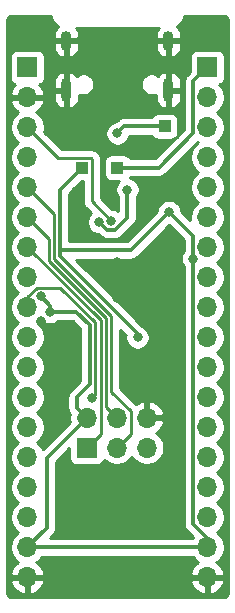
<source format=gbr>
%TF.GenerationSoftware,KiCad,Pcbnew,5.1.6-c6e7f7d~87~ubuntu18.04.1*%
%TF.CreationDate,2020-08-19T11:44:15-04:00*%
%TF.ProjectId,atmegaXu4_breakout,61746d65-6761-4587-9534-5f627265616b,rev?*%
%TF.SameCoordinates,Original*%
%TF.FileFunction,Copper,L2,Bot*%
%TF.FilePolarity,Positive*%
%FSLAX46Y46*%
G04 Gerber Fmt 4.6, Leading zero omitted, Abs format (unit mm)*
G04 Created by KiCad (PCBNEW 5.1.6-c6e7f7d~87~ubuntu18.04.1) date 2020-08-19 11:44:15*
%MOMM*%
%LPD*%
G01*
G04 APERTURE LIST*
%TA.AperFunction,ComponentPad*%
%ADD10R,1.000000X1.000000*%
%TD*%
%TA.AperFunction,ComponentPad*%
%ADD11O,1.700000X1.700000*%
%TD*%
%TA.AperFunction,ComponentPad*%
%ADD12R,1.700000X1.700000*%
%TD*%
%TA.AperFunction,ComponentPad*%
%ADD13O,0.900000X2.000000*%
%TD*%
%TA.AperFunction,ComponentPad*%
%ADD14O,0.900000X1.700000*%
%TD*%
%TA.AperFunction,ViaPad*%
%ADD15C,0.800000*%
%TD*%
%TA.AperFunction,Conductor*%
%ADD16C,0.350000*%
%TD*%
%TA.AperFunction,Conductor*%
%ADD17C,0.300000*%
%TD*%
%TA.AperFunction,Conductor*%
%ADD18C,0.250000*%
%TD*%
%TA.AperFunction,Conductor*%
%ADD19C,0.254000*%
%TD*%
G04 APERTURE END LIST*
D10*
%TO.P,TP5,1*%
%TO.N,+3V3*%
X-3000000Y-8500000D03*
%TD*%
%TO.P,TP4,1*%
%TO.N,+5V*%
X0Y-8500000D03*
%TD*%
%TO.P,TP3,1*%
%TO.N,USB_VBUS*%
X4000000Y-5000000D03*
%TD*%
D11*
%TO.P,J4,6*%
%TO.N,GND*%
X2480000Y-29660000D03*
%TO.P,J4,5*%
%TO.N,~RESET*%
X2480000Y-32200000D03*
%TO.P,J4,4*%
%TO.N,SPI_MOSI*%
X-60000Y-29660000D03*
%TO.P,J4,3*%
%TO.N,SPI_SCL*%
X-60000Y-32200000D03*
%TO.P,J4,2*%
%TO.N,+3V3*%
X-2600000Y-29660000D03*
D12*
%TO.P,J4,1*%
%TO.N,SPI_MISO*%
X-2600000Y-32200000D03*
%TD*%
D11*
%TO.P,J3,18*%
%TO.N,GND*%
X7620000Y-43180000D03*
%TO.P,J3,17*%
%TO.N,+3V3*%
X7620000Y-40640000D03*
%TO.P,J3,16*%
%TO.N,PD4*%
X7620000Y-38100000D03*
%TO.P,J3,15*%
%TO.N,PD6*%
X7620000Y-35560000D03*
%TO.P,J3,14*%
%TO.N,PD7*%
X7620000Y-33020000D03*
%TO.P,J3,13*%
%TO.N,PB4*%
X7620000Y-30480000D03*
%TO.P,J3,12*%
%TO.N,PB5*%
X7620000Y-27940000D03*
%TO.P,J3,11*%
%TO.N,PB6*%
X7620000Y-25400000D03*
%TO.P,J3,10*%
%TO.N,PC6*%
X7620000Y-22860000D03*
%TO.P,J3,9*%
%TO.N,PC7*%
X7620000Y-20320000D03*
%TO.P,J3,8*%
%TO.N,PE2*%
X7620000Y-17780000D03*
%TO.P,J3,7*%
%TO.N,PF7*%
X7620000Y-15240000D03*
%TO.P,J3,6*%
%TO.N,PF6*%
X7620000Y-12700000D03*
%TO.P,J3,5*%
%TO.N,PF5*%
X7620000Y-10160000D03*
%TO.P,J3,4*%
%TO.N,PF4*%
X7620000Y-7620000D03*
%TO.P,J3,3*%
%TO.N,PF1*%
X7620000Y-5080000D03*
%TO.P,J3,2*%
%TO.N,PF0*%
X7620000Y-2540000D03*
D12*
%TO.P,J3,1*%
%TO.N,+5V*%
X7620000Y0D03*
%TD*%
D11*
%TO.P,J2,18*%
%TO.N,GND*%
X-7620000Y-43180000D03*
%TO.P,J2,17*%
%TO.N,+3V3*%
X-7620000Y-40640000D03*
%TO.P,J2,16*%
%TO.N,PD5*%
X-7620000Y-38100000D03*
%TO.P,J2,15*%
%TO.N,PD3*%
X-7620000Y-35560000D03*
%TO.P,J2,14*%
%TO.N,PD2*%
X-7620000Y-33020000D03*
%TO.P,J2,13*%
%TO.N,PD1*%
X-7620000Y-30480000D03*
%TO.P,J2,12*%
%TO.N,PD0*%
X-7620000Y-27940000D03*
%TO.P,J2,11*%
%TO.N,XTAL1*%
X-7620000Y-25400000D03*
%TO.P,J2,10*%
%TO.N,XTAL2*%
X-7620000Y-22860000D03*
%TO.P,J2,9*%
%TO.N,~RESET*%
X-7620000Y-20320000D03*
%TO.P,J2,8*%
%TO.N,PB7*%
X-7620000Y-17780000D03*
%TO.P,J2,7*%
%TO.N,SPI_MISO*%
X-7620000Y-15240000D03*
%TO.P,J2,6*%
%TO.N,SPI_MOSI*%
X-7620000Y-12700000D03*
%TO.P,J2,5*%
%TO.N,SPI_SCL*%
X-7620000Y-10160000D03*
%TO.P,J2,4*%
%TO.N,PB0*%
X-7620000Y-7620000D03*
%TO.P,J2,3*%
%TO.N,PE6*%
X-7620000Y-5080000D03*
%TO.P,J2,2*%
%TO.N,GND*%
X-7620000Y-2540000D03*
D12*
%TO.P,J2,1*%
%TO.N,+3V3*%
X-7620000Y0D03*
%TD*%
D13*
%TO.P,J1,S1*%
%TO.N,GND*%
X4320000Y-1930000D03*
X-4320000Y-1930000D03*
D14*
X4320000Y2240000D03*
X-4320000Y2240000D03*
%TD*%
D15*
%TO.N,GND*%
X4000000Y-10500000D03*
X-3100000Y-5500000D03*
X-500000Y-10500000D03*
X-4500000Y-43000000D03*
X-2500000Y-43000000D03*
X-500000Y-43000000D03*
X1500000Y-43000000D03*
X3500000Y-43000000D03*
X-4500000Y-39500000D03*
X-2500000Y-39500000D03*
X-500000Y-39500000D03*
X1500000Y-39500000D03*
X3500000Y-39500000D03*
X-4500000Y-36500000D03*
X-2500000Y-36500000D03*
X-500000Y-36500000D03*
X1500000Y-36500000D03*
X3500000Y-36500000D03*
X3500000Y-34000000D03*
X1500000Y-34000000D03*
X-500000Y-34000000D03*
X-2500000Y-34000000D03*
X1500000Y-27500000D03*
X3500000Y-27500000D03*
X3500000Y-25000000D03*
X0Y-18000000D03*
X-1414214Y-18000000D03*
X1500000Y-18000000D03*
X0Y-16500000D03*
X0Y-19500000D03*
X-3469669Y-13030331D03*
X-3500000Y-10500000D03*
X-5500000Y-5500000D03*
X1000000Y0D03*
X1000000Y2500000D03*
X-1000000Y0D03*
X-1000000Y2500000D03*
X-3000000Y0D03*
X3000000Y0D03*
X3000000Y2500000D03*
X-3000000Y2500000D03*
X-3500000Y-26500000D03*
X-6500000Y-21500000D03*
X-7500000Y3500000D03*
X7500000Y3500000D03*
%TO.N,USB_VBUS*%
X0Y-5600000D03*
X-1534259Y-13100000D03*
X850001Y-10350001D03*
%TO.N,~RESET*%
X-2149999Y-28000000D03*
%TO.N,+3V3*%
X-5700000Y-20700000D03*
X6400000Y-16200000D03*
X1714034Y-22860660D03*
X-6480417Y-19391630D03*
X4369969Y-12264950D03*
%TO.N,PE6*%
X-539569Y-12997065D03*
%TD*%
D16*
%TO.N,USB_VBUS*%
X4000000Y-5000000D02*
X600000Y-5000000D01*
X600000Y-5000000D02*
X0Y-5600000D01*
D17*
X-175281Y-13747067D02*
X850001Y-12721785D01*
X-887192Y-13747067D02*
X-175281Y-13747067D01*
X-1534259Y-13100000D02*
X-887192Y-13747067D01*
X850001Y-12721785D02*
X850001Y-10350001D01*
D18*
%TO.N,~RESET*%
X-6828418Y-18666629D02*
X-4829781Y-18666629D01*
X-7620000Y-20320000D02*
X-7620000Y-19458211D01*
X-7620000Y-19458211D02*
X-6828418Y-18666629D01*
X-4829781Y-18666629D02*
X-1898205Y-21598205D01*
X-1898205Y-21598205D02*
X-1875009Y-21621401D01*
X-1875009Y-21621401D02*
X-1875009Y-27725010D01*
X-1875009Y-27725010D02*
X-2149999Y-28000000D01*
%TO.N,SPI_MISO*%
X-1424999Y-21435001D02*
X-7620000Y-15240000D01*
X-1424999Y-31024999D02*
X-1424999Y-21435001D01*
X-2600000Y-32200000D02*
X-1424999Y-31024999D01*
%TO.N,SPI_MOSI*%
X-5811795Y-14508205D02*
X-7620000Y-12700000D01*
X-5811795Y-16411795D02*
X-5811795Y-14508205D01*
X-974990Y-21248600D02*
X-5811795Y-16411795D01*
X-60000Y-29660000D02*
X-974989Y-28745011D01*
X-974989Y-28745011D02*
X-974990Y-21248600D01*
%TO.N,SPI_SCL*%
X1115001Y-29095999D02*
X-524981Y-27456017D01*
X-60000Y-32200000D02*
X1115001Y-31024999D01*
X1115001Y-31024999D02*
X1115001Y-29095999D01*
X-524981Y-27456017D02*
X-524981Y-21062199D01*
X-5361785Y-12418215D02*
X-7620000Y-10160000D01*
X-5361785Y-16225395D02*
X-5361785Y-12418215D01*
X-524981Y-21062199D02*
X-5361785Y-16225395D01*
D17*
%TO.N,+3V3*%
X7620000Y-39876002D02*
X7620000Y-40640000D01*
X6400000Y-38656002D02*
X7620000Y-39876002D01*
X6400000Y-16200000D02*
X6400000Y-38656002D01*
X7620000Y-40640000D02*
X-7620000Y-40640000D01*
X1714034Y-22614034D02*
X1714034Y-22860660D01*
X-5700000Y-20700000D02*
X-5700000Y-20172047D01*
X-5700000Y-20172047D02*
X-6480417Y-19391630D01*
X-3000000Y-8500000D02*
X-4886775Y-10386775D01*
X-2950000Y-17950000D02*
X1714034Y-22614034D01*
X-4886775Y-10386775D02*
X-4886775Y-10613225D01*
X-4886775Y-16013225D02*
X-3200000Y-17700000D01*
X-3200000Y-17700000D02*
X-2950000Y-17950000D01*
X-3449999Y-27949999D02*
X-2350019Y-26850019D01*
X-2600000Y-29660000D02*
X-3449999Y-28810001D01*
X-3449999Y-28810001D02*
X-3449999Y-27949999D01*
X-2350019Y-26850019D02*
X-2350019Y-21818155D01*
X-3468174Y-20700000D02*
X-5700000Y-20700000D01*
X-2350019Y-21818155D02*
X-3468174Y-20700000D01*
X-2600000Y-29660000D02*
X-6000000Y-33060000D01*
X-6000000Y-39020000D02*
X-7620000Y-40640000D01*
X-6000000Y-33060000D02*
X-6000000Y-39020000D01*
X6400000Y-16200000D02*
X6400000Y-14294981D01*
X6400000Y-14294981D02*
X4369969Y-12264950D01*
X-4773550Y-15500000D02*
X-4886775Y-15386775D01*
X1134919Y-15500000D02*
X-4773550Y-15500000D01*
X4369969Y-12264950D02*
X1134919Y-15500000D01*
X-4886775Y-10613225D02*
X-4886775Y-15386775D01*
X-4886775Y-15386775D02*
X-4886775Y-16013225D01*
D18*
%TO.N,PE6*%
X-539569Y-12997065D02*
X-2174999Y-11361635D01*
X-2174999Y-7739999D02*
X-2239999Y-7674999D01*
X-2174999Y-11361635D02*
X-2174999Y-7739999D01*
X-5025001Y-7674999D02*
X-7620000Y-5080000D01*
X-2239999Y-7674999D02*
X-5025001Y-7674999D01*
D17*
%TO.N,+5V*%
X0Y-8500000D02*
X3500000Y-8500000D01*
X6419999Y-5580001D02*
X6419999Y-1200001D01*
X6419999Y-1200001D02*
X7620000Y0D01*
X3500000Y-8500000D02*
X6419999Y-5580001D01*
%TD*%
D19*
%TO.N,GND*%
G36*
X-5646173Y4330473D02*
G01*
X-5634139Y4271848D01*
X-5622936Y4213116D01*
X-5620272Y4204294D01*
X-5591416Y4111075D01*
X-5568233Y4055925D01*
X-5545825Y4000463D01*
X-5541498Y3992327D01*
X-5495086Y3906489D01*
X-5461638Y3856902D01*
X-5428881Y3806844D01*
X-5423057Y3799703D01*
X-5360855Y3724514D01*
X-5318406Y3682361D01*
X-5276561Y3639629D01*
X-5269460Y3633755D01*
X-5193840Y3572079D01*
X-5143975Y3538948D01*
X-5094650Y3505175D01*
X-5086555Y3500798D01*
X-5086552Y3500796D01*
X-5086549Y3500795D01*
X-5086544Y3500792D01*
X-5026569Y3468903D01*
X-5151587Y3348391D01*
X-5273809Y3172545D01*
X-5359376Y2976233D01*
X-5405000Y2767000D01*
X-5405000Y2367000D01*
X-4447000Y2367000D01*
X-4447000Y2387000D01*
X-4193000Y2387000D01*
X-4193000Y2367000D01*
X-3235000Y2367000D01*
X-3235000Y2767000D01*
X-3280624Y2976233D01*
X-3366191Y3172545D01*
X-3482581Y3340000D01*
X3482581Y3340000D01*
X3366191Y3172545D01*
X3280624Y2976233D01*
X3235000Y2767000D01*
X3235000Y2367000D01*
X4193000Y2367000D01*
X4193000Y2387000D01*
X4447000Y2387000D01*
X4447000Y2367000D01*
X5405000Y2367000D01*
X5405000Y2767000D01*
X5359376Y2976233D01*
X5273809Y3172545D01*
X5151587Y3348391D01*
X5026692Y3468785D01*
X5093511Y3504914D01*
X5143098Y3538362D01*
X5193156Y3571119D01*
X5200297Y3576943D01*
X5275486Y3639145D01*
X5317639Y3681594D01*
X5360371Y3723439D01*
X5366245Y3730540D01*
X5427921Y3806160D01*
X5461052Y3856025D01*
X5494825Y3905350D01*
X5499208Y3913456D01*
X5545020Y3999617D01*
X5567809Y4054909D01*
X5591378Y4109898D01*
X5594103Y4118701D01*
X5622308Y4212119D01*
X5633933Y4270826D01*
X5646365Y4329316D01*
X5647327Y4338470D01*
X5647328Y4338476D01*
X5647328Y4338481D01*
X5647477Y4340000D01*
X8967721Y4340000D01*
X9065424Y4330420D01*
X9128356Y4311420D01*
X9186405Y4280555D01*
X9237343Y4239011D01*
X9279248Y4188356D01*
X9310515Y4130529D01*
X9329956Y4067728D01*
X9340001Y3972155D01*
X9340000Y-44467721D01*
X9330420Y-44565424D01*
X9311420Y-44628357D01*
X9280554Y-44686406D01*
X9239011Y-44737343D01*
X9188356Y-44779248D01*
X9130529Y-44810515D01*
X9067728Y-44829956D01*
X8972165Y-44840000D01*
X-8967721Y-44840000D01*
X-9065424Y-44830420D01*
X-9128357Y-44811420D01*
X-9186406Y-44780554D01*
X-9237343Y-44739011D01*
X-9279248Y-44688356D01*
X-9310515Y-44630529D01*
X-9329956Y-44567728D01*
X-9340000Y-44472165D01*
X-9340000Y-43536890D01*
X-9061476Y-43536890D01*
X-9016825Y-43684099D01*
X-8891641Y-43946920D01*
X-8717588Y-44180269D01*
X-8501355Y-44375178D01*
X-8251252Y-44524157D01*
X-7976891Y-44621481D01*
X-7747000Y-44500814D01*
X-7747000Y-43307000D01*
X-7493000Y-43307000D01*
X-7493000Y-44500814D01*
X-7263109Y-44621481D01*
X-6988748Y-44524157D01*
X-6738645Y-44375178D01*
X-6522412Y-44180269D01*
X-6348359Y-43946920D01*
X-6223175Y-43684099D01*
X-6178524Y-43536890D01*
X6178524Y-43536890D01*
X6223175Y-43684099D01*
X6348359Y-43946920D01*
X6522412Y-44180269D01*
X6738645Y-44375178D01*
X6988748Y-44524157D01*
X7263109Y-44621481D01*
X7493000Y-44500814D01*
X7493000Y-43307000D01*
X7747000Y-43307000D01*
X7747000Y-44500814D01*
X7976891Y-44621481D01*
X8251252Y-44524157D01*
X8501355Y-44375178D01*
X8717588Y-44180269D01*
X8891641Y-43946920D01*
X9016825Y-43684099D01*
X9061476Y-43536890D01*
X8940155Y-43307000D01*
X7747000Y-43307000D01*
X7493000Y-43307000D01*
X6299845Y-43307000D01*
X6178524Y-43536890D01*
X-6178524Y-43536890D01*
X-6299845Y-43307000D01*
X-7493000Y-43307000D01*
X-7747000Y-43307000D01*
X-8940155Y-43307000D01*
X-9061476Y-43536890D01*
X-9340000Y-43536890D01*
X-9340000Y-4933740D01*
X-9105000Y-4933740D01*
X-9105000Y-5226260D01*
X-9047932Y-5513158D01*
X-8935990Y-5783411D01*
X-8773475Y-6026632D01*
X-8566632Y-6233475D01*
X-8392240Y-6350000D01*
X-8566632Y-6466525D01*
X-8773475Y-6673368D01*
X-8935990Y-6916589D01*
X-9047932Y-7186842D01*
X-9105000Y-7473740D01*
X-9105000Y-7766260D01*
X-9047932Y-8053158D01*
X-8935990Y-8323411D01*
X-8773475Y-8566632D01*
X-8566632Y-8773475D01*
X-8392240Y-8890000D01*
X-8566632Y-9006525D01*
X-8773475Y-9213368D01*
X-8935990Y-9456589D01*
X-9047932Y-9726842D01*
X-9105000Y-10013740D01*
X-9105000Y-10306260D01*
X-9047932Y-10593158D01*
X-8935990Y-10863411D01*
X-8773475Y-11106632D01*
X-8566632Y-11313475D01*
X-8392240Y-11430000D01*
X-8566632Y-11546525D01*
X-8773475Y-11753368D01*
X-8935990Y-11996589D01*
X-9047932Y-12266842D01*
X-9105000Y-12553740D01*
X-9105000Y-12846260D01*
X-9047932Y-13133158D01*
X-8935990Y-13403411D01*
X-8773475Y-13646632D01*
X-8566632Y-13853475D01*
X-8392240Y-13970000D01*
X-8566632Y-14086525D01*
X-8773475Y-14293368D01*
X-8935990Y-14536589D01*
X-9047932Y-14806842D01*
X-9105000Y-15093740D01*
X-9105000Y-15386260D01*
X-9047932Y-15673158D01*
X-8935990Y-15943411D01*
X-8773475Y-16186632D01*
X-8566632Y-16393475D01*
X-8392240Y-16510000D01*
X-8566632Y-16626525D01*
X-8773475Y-16833368D01*
X-8935990Y-17076589D01*
X-9047932Y-17346842D01*
X-9105000Y-17633740D01*
X-9105000Y-17926260D01*
X-9047932Y-18213158D01*
X-8935990Y-18483411D01*
X-8773475Y-18726632D01*
X-8566632Y-18933475D01*
X-8392240Y-19050000D01*
X-8566632Y-19166525D01*
X-8773475Y-19373368D01*
X-8935990Y-19616589D01*
X-9047932Y-19886842D01*
X-9105000Y-20173740D01*
X-9105000Y-20466260D01*
X-9047932Y-20753158D01*
X-8935990Y-21023411D01*
X-8773475Y-21266632D01*
X-8566632Y-21473475D01*
X-8392240Y-21590000D01*
X-8566632Y-21706525D01*
X-8773475Y-21913368D01*
X-8935990Y-22156589D01*
X-9047932Y-22426842D01*
X-9105000Y-22713740D01*
X-9105000Y-23006260D01*
X-9047932Y-23293158D01*
X-8935990Y-23563411D01*
X-8773475Y-23806632D01*
X-8566632Y-24013475D01*
X-8392240Y-24130000D01*
X-8566632Y-24246525D01*
X-8773475Y-24453368D01*
X-8935990Y-24696589D01*
X-9047932Y-24966842D01*
X-9105000Y-25253740D01*
X-9105000Y-25546260D01*
X-9047932Y-25833158D01*
X-8935990Y-26103411D01*
X-8773475Y-26346632D01*
X-8566632Y-26553475D01*
X-8392240Y-26670000D01*
X-8566632Y-26786525D01*
X-8773475Y-26993368D01*
X-8935990Y-27236589D01*
X-9047932Y-27506842D01*
X-9105000Y-27793740D01*
X-9105000Y-28086260D01*
X-9047932Y-28373158D01*
X-8935990Y-28643411D01*
X-8773475Y-28886632D01*
X-8566632Y-29093475D01*
X-8392240Y-29210000D01*
X-8566632Y-29326525D01*
X-8773475Y-29533368D01*
X-8935990Y-29776589D01*
X-9047932Y-30046842D01*
X-9105000Y-30333740D01*
X-9105000Y-30626260D01*
X-9047932Y-30913158D01*
X-8935990Y-31183411D01*
X-8773475Y-31426632D01*
X-8566632Y-31633475D01*
X-8392240Y-31750000D01*
X-8566632Y-31866525D01*
X-8773475Y-32073368D01*
X-8935990Y-32316589D01*
X-9047932Y-32586842D01*
X-9105000Y-32873740D01*
X-9105000Y-33166260D01*
X-9047932Y-33453158D01*
X-8935990Y-33723411D01*
X-8773475Y-33966632D01*
X-8566632Y-34173475D01*
X-8392240Y-34290000D01*
X-8566632Y-34406525D01*
X-8773475Y-34613368D01*
X-8935990Y-34856589D01*
X-9047932Y-35126842D01*
X-9105000Y-35413740D01*
X-9105000Y-35706260D01*
X-9047932Y-35993158D01*
X-8935990Y-36263411D01*
X-8773475Y-36506632D01*
X-8566632Y-36713475D01*
X-8392240Y-36830000D01*
X-8566632Y-36946525D01*
X-8773475Y-37153368D01*
X-8935990Y-37396589D01*
X-9047932Y-37666842D01*
X-9105000Y-37953740D01*
X-9105000Y-38246260D01*
X-9047932Y-38533158D01*
X-8935990Y-38803411D01*
X-8773475Y-39046632D01*
X-8566632Y-39253475D01*
X-8392240Y-39370000D01*
X-8566632Y-39486525D01*
X-8773475Y-39693368D01*
X-8935990Y-39936589D01*
X-9047932Y-40206842D01*
X-9105000Y-40493740D01*
X-9105000Y-40786260D01*
X-9047932Y-41073158D01*
X-8935990Y-41343411D01*
X-8773475Y-41586632D01*
X-8566632Y-41793475D01*
X-8384466Y-41915195D01*
X-8501355Y-41984822D01*
X-8717588Y-42179731D01*
X-8891641Y-42413080D01*
X-9016825Y-42675901D01*
X-9061476Y-42823110D01*
X-8940155Y-43053000D01*
X-7747000Y-43053000D01*
X-7747000Y-43033000D01*
X-7493000Y-43033000D01*
X-7493000Y-43053000D01*
X-6299845Y-43053000D01*
X-6178524Y-42823110D01*
X-6223175Y-42675901D01*
X-6348359Y-42413080D01*
X-6522412Y-42179731D01*
X-6738645Y-41984822D01*
X-6855534Y-41915195D01*
X-6673368Y-41793475D01*
X-6466525Y-41586632D01*
X-6358526Y-41425000D01*
X6358526Y-41425000D01*
X6466525Y-41586632D01*
X6673368Y-41793475D01*
X6855534Y-41915195D01*
X6738645Y-41984822D01*
X6522412Y-42179731D01*
X6348359Y-42413080D01*
X6223175Y-42675901D01*
X6178524Y-42823110D01*
X6299845Y-43053000D01*
X7493000Y-43053000D01*
X7493000Y-43033000D01*
X7747000Y-43033000D01*
X7747000Y-43053000D01*
X8940155Y-43053000D01*
X9061476Y-42823110D01*
X9016825Y-42675901D01*
X8891641Y-42413080D01*
X8717588Y-42179731D01*
X8501355Y-41984822D01*
X8384466Y-41915195D01*
X8566632Y-41793475D01*
X8773475Y-41586632D01*
X8935990Y-41343411D01*
X9047932Y-41073158D01*
X9105000Y-40786260D01*
X9105000Y-40493740D01*
X9047932Y-40206842D01*
X8935990Y-39936589D01*
X8773475Y-39693368D01*
X8566632Y-39486525D01*
X8392240Y-39370000D01*
X8566632Y-39253475D01*
X8773475Y-39046632D01*
X8935990Y-38803411D01*
X9047932Y-38533158D01*
X9105000Y-38246260D01*
X9105000Y-37953740D01*
X9047932Y-37666842D01*
X8935990Y-37396589D01*
X8773475Y-37153368D01*
X8566632Y-36946525D01*
X8392240Y-36830000D01*
X8566632Y-36713475D01*
X8773475Y-36506632D01*
X8935990Y-36263411D01*
X9047932Y-35993158D01*
X9105000Y-35706260D01*
X9105000Y-35413740D01*
X9047932Y-35126842D01*
X8935990Y-34856589D01*
X8773475Y-34613368D01*
X8566632Y-34406525D01*
X8392240Y-34290000D01*
X8566632Y-34173475D01*
X8773475Y-33966632D01*
X8935990Y-33723411D01*
X9047932Y-33453158D01*
X9105000Y-33166260D01*
X9105000Y-32873740D01*
X9047932Y-32586842D01*
X8935990Y-32316589D01*
X8773475Y-32073368D01*
X8566632Y-31866525D01*
X8392240Y-31750000D01*
X8566632Y-31633475D01*
X8773475Y-31426632D01*
X8935990Y-31183411D01*
X9047932Y-30913158D01*
X9105000Y-30626260D01*
X9105000Y-30333740D01*
X9047932Y-30046842D01*
X8935990Y-29776589D01*
X8773475Y-29533368D01*
X8566632Y-29326525D01*
X8392240Y-29210000D01*
X8566632Y-29093475D01*
X8773475Y-28886632D01*
X8935990Y-28643411D01*
X9047932Y-28373158D01*
X9105000Y-28086260D01*
X9105000Y-27793740D01*
X9047932Y-27506842D01*
X8935990Y-27236589D01*
X8773475Y-26993368D01*
X8566632Y-26786525D01*
X8392240Y-26670000D01*
X8566632Y-26553475D01*
X8773475Y-26346632D01*
X8935990Y-26103411D01*
X9047932Y-25833158D01*
X9105000Y-25546260D01*
X9105000Y-25253740D01*
X9047932Y-24966842D01*
X8935990Y-24696589D01*
X8773475Y-24453368D01*
X8566632Y-24246525D01*
X8392240Y-24130000D01*
X8566632Y-24013475D01*
X8773475Y-23806632D01*
X8935990Y-23563411D01*
X9047932Y-23293158D01*
X9105000Y-23006260D01*
X9105000Y-22713740D01*
X9047932Y-22426842D01*
X8935990Y-22156589D01*
X8773475Y-21913368D01*
X8566632Y-21706525D01*
X8392240Y-21590000D01*
X8566632Y-21473475D01*
X8773475Y-21266632D01*
X8935990Y-21023411D01*
X9047932Y-20753158D01*
X9105000Y-20466260D01*
X9105000Y-20173740D01*
X9047932Y-19886842D01*
X8935990Y-19616589D01*
X8773475Y-19373368D01*
X8566632Y-19166525D01*
X8392240Y-19050000D01*
X8566632Y-18933475D01*
X8773475Y-18726632D01*
X8935990Y-18483411D01*
X9047932Y-18213158D01*
X9105000Y-17926260D01*
X9105000Y-17633740D01*
X9047932Y-17346842D01*
X8935990Y-17076589D01*
X8773475Y-16833368D01*
X8566632Y-16626525D01*
X8392240Y-16510000D01*
X8566632Y-16393475D01*
X8773475Y-16186632D01*
X8935990Y-15943411D01*
X9047932Y-15673158D01*
X9105000Y-15386260D01*
X9105000Y-15093740D01*
X9047932Y-14806842D01*
X8935990Y-14536589D01*
X8773475Y-14293368D01*
X8566632Y-14086525D01*
X8392240Y-13970000D01*
X8566632Y-13853475D01*
X8773475Y-13646632D01*
X8935990Y-13403411D01*
X9047932Y-13133158D01*
X9105000Y-12846260D01*
X9105000Y-12553740D01*
X9047932Y-12266842D01*
X8935990Y-11996589D01*
X8773475Y-11753368D01*
X8566632Y-11546525D01*
X8392240Y-11430000D01*
X8566632Y-11313475D01*
X8773475Y-11106632D01*
X8935990Y-10863411D01*
X9047932Y-10593158D01*
X9105000Y-10306260D01*
X9105000Y-10013740D01*
X9047932Y-9726842D01*
X8935990Y-9456589D01*
X8773475Y-9213368D01*
X8566632Y-9006525D01*
X8392240Y-8890000D01*
X8566632Y-8773475D01*
X8773475Y-8566632D01*
X8935990Y-8323411D01*
X9047932Y-8053158D01*
X9105000Y-7766260D01*
X9105000Y-7473740D01*
X9047932Y-7186842D01*
X8935990Y-6916589D01*
X8773475Y-6673368D01*
X8566632Y-6466525D01*
X8392240Y-6350000D01*
X8566632Y-6233475D01*
X8773475Y-6026632D01*
X8935990Y-5783411D01*
X9047932Y-5513158D01*
X9105000Y-5226260D01*
X9105000Y-4933740D01*
X9047932Y-4646842D01*
X8935990Y-4376589D01*
X8773475Y-4133368D01*
X8566632Y-3926525D01*
X8392240Y-3810000D01*
X8566632Y-3693475D01*
X8773475Y-3486632D01*
X8935990Y-3243411D01*
X9047932Y-2973158D01*
X9105000Y-2686260D01*
X9105000Y-2393740D01*
X9047932Y-2106842D01*
X8935990Y-1836589D01*
X8773475Y-1593368D01*
X8641620Y-1461513D01*
X8714180Y-1439502D01*
X8824494Y-1380537D01*
X8921185Y-1301185D01*
X9000537Y-1204494D01*
X9059502Y-1094180D01*
X9095812Y-974482D01*
X9108072Y-850000D01*
X9108072Y850000D01*
X9095812Y974482D01*
X9059502Y1094180D01*
X9000537Y1204494D01*
X8921185Y1301185D01*
X8824494Y1380537D01*
X8714180Y1439502D01*
X8594482Y1475812D01*
X8470000Y1488072D01*
X6770000Y1488072D01*
X6645518Y1475812D01*
X6525820Y1439502D01*
X6415506Y1380537D01*
X6318815Y1301185D01*
X6239463Y1204494D01*
X6180498Y1094180D01*
X6144188Y974482D01*
X6131928Y850000D01*
X6131928Y-377915D01*
X5892184Y-617659D01*
X5862236Y-642237D01*
X5837658Y-672185D01*
X5837654Y-672189D01*
X5804689Y-712357D01*
X5764138Y-761768D01*
X5725176Y-834661D01*
X5691245Y-898142D01*
X5646358Y-1046115D01*
X5631202Y-1200001D01*
X5635000Y-1238564D01*
X5634999Y-5254843D01*
X5008518Y-5881324D01*
X5030537Y-5854494D01*
X5089502Y-5744180D01*
X5125812Y-5624482D01*
X5138072Y-5500000D01*
X5138072Y-4500000D01*
X5125812Y-4375518D01*
X5089502Y-4255820D01*
X5030537Y-4145506D01*
X4951185Y-4048815D01*
X4854494Y-3969463D01*
X4744180Y-3910498D01*
X4624482Y-3874188D01*
X4500000Y-3861928D01*
X3500000Y-3861928D01*
X3375518Y-3874188D01*
X3255820Y-3910498D01*
X3145506Y-3969463D01*
X3048815Y-4048815D01*
X2969463Y-4145506D01*
X2945680Y-4190000D01*
X639787Y-4190000D01*
X599999Y-4186081D01*
X560211Y-4190000D01*
X560209Y-4190000D01*
X441212Y-4201720D01*
X288527Y-4248037D01*
X223024Y-4283049D01*
X147810Y-4323251D01*
X92210Y-4368881D01*
X24472Y-4424472D01*
X-895Y-4455383D01*
X-112642Y-4567129D01*
X-301898Y-4604774D01*
X-490256Y-4682795D01*
X-659774Y-4796063D01*
X-803937Y-4940226D01*
X-917205Y-5109744D01*
X-995226Y-5298102D01*
X-1035000Y-5498061D01*
X-1035000Y-5701939D01*
X-995226Y-5901898D01*
X-917205Y-6090256D01*
X-803937Y-6259774D01*
X-659774Y-6403937D01*
X-490256Y-6517205D01*
X-301898Y-6595226D01*
X-101939Y-6635000D01*
X101939Y-6635000D01*
X301898Y-6595226D01*
X490256Y-6517205D01*
X659774Y-6403937D01*
X803937Y-6259774D01*
X917205Y-6090256D01*
X995226Y-5901898D01*
X1013506Y-5810000D01*
X2945680Y-5810000D01*
X2969463Y-5854494D01*
X3048815Y-5951185D01*
X3145506Y-6030537D01*
X3255820Y-6089502D01*
X3375518Y-6125812D01*
X3500000Y-6138072D01*
X4500000Y-6138072D01*
X4624482Y-6125812D01*
X4744180Y-6089502D01*
X4854494Y-6030537D01*
X4881324Y-6008518D01*
X3174843Y-7715000D01*
X1067683Y-7715000D01*
X1030537Y-7645506D01*
X951185Y-7548815D01*
X854494Y-7469463D01*
X744180Y-7410498D01*
X624482Y-7374188D01*
X500000Y-7361928D01*
X-500000Y-7361928D01*
X-624482Y-7374188D01*
X-744180Y-7410498D01*
X-854494Y-7469463D01*
X-951185Y-7548815D01*
X-1030537Y-7645506D01*
X-1089502Y-7755820D01*
X-1125812Y-7875518D01*
X-1138072Y-8000000D01*
X-1138072Y-9000000D01*
X-1125812Y-9124482D01*
X-1089502Y-9244180D01*
X-1030537Y-9354494D01*
X-951185Y-9451185D01*
X-854494Y-9530537D01*
X-744180Y-9589502D01*
X-624482Y-9625812D01*
X-500000Y-9638072D01*
X98219Y-9638072D01*
X46064Y-9690227D01*
X-67204Y-9859745D01*
X-145225Y-10048103D01*
X-184999Y-10248062D01*
X-184999Y-10451940D01*
X-145225Y-10651899D01*
X-67204Y-10840257D01*
X46064Y-11009775D01*
X65002Y-11028713D01*
X65001Y-12156242D01*
X-49313Y-12079860D01*
X-237671Y-12001839D01*
X-437630Y-11962065D01*
X-499767Y-11962065D01*
X-1414999Y-11046834D01*
X-1414999Y-7777322D01*
X-1411323Y-7739999D01*
X-1414999Y-7702677D01*
X-1414999Y-7702666D01*
X-1425996Y-7591013D01*
X-1469453Y-7447752D01*
X-1540025Y-7315723D01*
X-1634998Y-7199998D01*
X-1664002Y-7176195D01*
X-1676195Y-7164002D01*
X-1699998Y-7134998D01*
X-1815723Y-7040025D01*
X-1947752Y-6969453D01*
X-2091013Y-6925996D01*
X-2202666Y-6914999D01*
X-2202677Y-6914999D01*
X-2239999Y-6911323D01*
X-2277321Y-6914999D01*
X-4710199Y-6914999D01*
X-6178791Y-5446408D01*
X-6135000Y-5226260D01*
X-6135000Y-4933740D01*
X-6192068Y-4646842D01*
X-6304010Y-4376589D01*
X-6466525Y-4133368D01*
X-6673368Y-3926525D01*
X-6855534Y-3804805D01*
X-6738645Y-3735178D01*
X-6522412Y-3540269D01*
X-6348359Y-3306920D01*
X-6223175Y-3044099D01*
X-6178524Y-2896890D01*
X-6299845Y-2667000D01*
X-7493000Y-2667000D01*
X-7493000Y-2687000D01*
X-7747000Y-2687000D01*
X-7747000Y-2667000D01*
X-8940155Y-2667000D01*
X-9061476Y-2896890D01*
X-9016825Y-3044099D01*
X-8891641Y-3306920D01*
X-8717588Y-3540269D01*
X-8501355Y-3735178D01*
X-8384466Y-3804805D01*
X-8566632Y-3926525D01*
X-8773475Y-4133368D01*
X-8935990Y-4376589D01*
X-9047932Y-4646842D01*
X-9105000Y-4933740D01*
X-9340000Y-4933740D01*
X-9340000Y850000D01*
X-9108072Y850000D01*
X-9108072Y-850000D01*
X-9095812Y-974482D01*
X-9059502Y-1094180D01*
X-9000537Y-1204494D01*
X-8921185Y-1301185D01*
X-8824494Y-1380537D01*
X-8714180Y-1439502D01*
X-8633534Y-1463966D01*
X-8717588Y-1539731D01*
X-8891641Y-1773080D01*
X-9016825Y-2035901D01*
X-9061476Y-2183110D01*
X-8940155Y-2413000D01*
X-7747000Y-2413000D01*
X-7747000Y-2393000D01*
X-7493000Y-2393000D01*
X-7493000Y-2413000D01*
X-6299845Y-2413000D01*
X-6178524Y-2183110D01*
X-6216775Y-2057000D01*
X-5405000Y-2057000D01*
X-5405000Y-2607000D01*
X-5359376Y-2816233D01*
X-5273809Y-3012545D01*
X-5151587Y-3188391D01*
X-4997408Y-3337014D01*
X-4817197Y-3452702D01*
X-4614001Y-3524408D01*
X-4447000Y-3397502D01*
X-4447000Y-2057000D01*
X-5405000Y-2057000D01*
X-6216775Y-2057000D01*
X-6223175Y-2035901D01*
X-6348359Y-1773080D01*
X-6522412Y-1539731D01*
X-6606466Y-1463966D01*
X-6525820Y-1439502D01*
X-6415506Y-1380537D01*
X-6318815Y-1301185D01*
X-6279271Y-1253000D01*
X-5405000Y-1253000D01*
X-5405000Y-1803000D01*
X-4447000Y-1803000D01*
X-4447000Y-462498D01*
X-4193000Y-462498D01*
X-4193000Y-1803000D01*
X-4173000Y-1803000D01*
X-4173000Y-2057000D01*
X-4193000Y-2057000D01*
X-4193000Y-3397502D01*
X-4025999Y-3524408D01*
X-3822803Y-3452702D01*
X-3642592Y-3337014D01*
X-3488413Y-3188391D01*
X-3366191Y-3012545D01*
X-3280624Y-2816233D01*
X-3235000Y-2607000D01*
X-3235000Y-2319133D01*
X-3162729Y-2349068D01*
X-2982089Y-2385000D01*
X-2797911Y-2385000D01*
X-2617271Y-2349068D01*
X-2447111Y-2278586D01*
X-2293972Y-2176262D01*
X-2163738Y-2046028D01*
X-2061414Y-1892889D01*
X-1990932Y-1722729D01*
X-1955000Y-1542089D01*
X-1955000Y-1357911D01*
X1955000Y-1357911D01*
X1955000Y-1542089D01*
X1990932Y-1722729D01*
X2061414Y-1892889D01*
X2163738Y-2046028D01*
X2293972Y-2176262D01*
X2447111Y-2278586D01*
X2617271Y-2349068D01*
X2797911Y-2385000D01*
X2982089Y-2385000D01*
X3162729Y-2349068D01*
X3235000Y-2319133D01*
X3235000Y-2607000D01*
X3280624Y-2816233D01*
X3366191Y-3012545D01*
X3488413Y-3188391D01*
X3642592Y-3337014D01*
X3822803Y-3452702D01*
X4025999Y-3524408D01*
X4193000Y-3397502D01*
X4193000Y-2057000D01*
X4447000Y-2057000D01*
X4447000Y-3397502D01*
X4614001Y-3524408D01*
X4817197Y-3452702D01*
X4997408Y-3337014D01*
X5151587Y-3188391D01*
X5273809Y-3012545D01*
X5359376Y-2816233D01*
X5405000Y-2607000D01*
X5405000Y-2057000D01*
X4447000Y-2057000D01*
X4193000Y-2057000D01*
X4173000Y-2057000D01*
X4173000Y-1803000D01*
X4193000Y-1803000D01*
X4193000Y-462498D01*
X4447000Y-462498D01*
X4447000Y-1803000D01*
X5405000Y-1803000D01*
X5405000Y-1253000D01*
X5359376Y-1043767D01*
X5273809Y-847455D01*
X5151587Y-671609D01*
X4997408Y-522986D01*
X4817197Y-407298D01*
X4614001Y-335592D01*
X4447000Y-462498D01*
X4193000Y-462498D01*
X4025999Y-335592D01*
X3822803Y-407298D01*
X3642592Y-522986D01*
X3488413Y-671609D01*
X3462915Y-708294D01*
X3332889Y-621414D01*
X3162729Y-550932D01*
X2982089Y-515000D01*
X2797911Y-515000D01*
X2617271Y-550932D01*
X2447111Y-621414D01*
X2293972Y-723738D01*
X2163738Y-853972D01*
X2061414Y-1007111D01*
X1990932Y-1177271D01*
X1955000Y-1357911D01*
X-1955000Y-1357911D01*
X-1990932Y-1177271D01*
X-2061414Y-1007111D01*
X-2163738Y-853972D01*
X-2293972Y-723738D01*
X-2447111Y-621414D01*
X-2617271Y-550932D01*
X-2797911Y-515000D01*
X-2982089Y-515000D01*
X-3162729Y-550932D01*
X-3332889Y-621414D01*
X-3462915Y-708294D01*
X-3488413Y-671609D01*
X-3642592Y-522986D01*
X-3822803Y-407298D01*
X-4025999Y-335592D01*
X-4193000Y-462498D01*
X-4447000Y-462498D01*
X-4614001Y-335592D01*
X-4817197Y-407298D01*
X-4997408Y-522986D01*
X-5151587Y-671609D01*
X-5273809Y-847455D01*
X-5359376Y-1043767D01*
X-5405000Y-1253000D01*
X-6279271Y-1253000D01*
X-6239463Y-1204494D01*
X-6180498Y-1094180D01*
X-6144188Y-974482D01*
X-6131928Y-850000D01*
X-6131928Y850000D01*
X-6144188Y974482D01*
X-6180498Y1094180D01*
X-6239463Y1204494D01*
X-6318815Y1301185D01*
X-6415506Y1380537D01*
X-6525820Y1439502D01*
X-6645518Y1475812D01*
X-6770000Y1488072D01*
X-8470000Y1488072D01*
X-8594482Y1475812D01*
X-8714180Y1439502D01*
X-8824494Y1380537D01*
X-8921185Y1301185D01*
X-9000537Y1204494D01*
X-9059502Y1094180D01*
X-9095812Y974482D01*
X-9108072Y850000D01*
X-9340000Y850000D01*
X-9340000Y2113000D01*
X-5405000Y2113000D01*
X-5405000Y1713000D01*
X-5359376Y1503767D01*
X-5273809Y1307455D01*
X-5151587Y1131609D01*
X-4997408Y982986D01*
X-4817197Y867298D01*
X-4614001Y795592D01*
X-4447000Y922498D01*
X-4447000Y2113000D01*
X-4193000Y2113000D01*
X-4193000Y922498D01*
X-4025999Y795592D01*
X-3822803Y867298D01*
X-3642592Y982986D01*
X-3488413Y1131609D01*
X-3366191Y1307455D01*
X-3280624Y1503767D01*
X-3235000Y1713000D01*
X-3235000Y2113000D01*
X3235000Y2113000D01*
X3235000Y1713000D01*
X3280624Y1503767D01*
X3366191Y1307455D01*
X3488413Y1131609D01*
X3642592Y982986D01*
X3822803Y867298D01*
X4025999Y795592D01*
X4193000Y922498D01*
X4193000Y2113000D01*
X4447000Y2113000D01*
X4447000Y922498D01*
X4614001Y795592D01*
X4817197Y867298D01*
X4997408Y982986D01*
X5151587Y1131609D01*
X5273809Y1307455D01*
X5359376Y1503767D01*
X5405000Y1713000D01*
X5405000Y2113000D01*
X4447000Y2113000D01*
X4193000Y2113000D01*
X3235000Y2113000D01*
X-3235000Y2113000D01*
X-4193000Y2113000D01*
X-4447000Y2113000D01*
X-5405000Y2113000D01*
X-9340000Y2113000D01*
X-9340000Y3967721D01*
X-9330420Y4065424D01*
X-9311420Y4128356D01*
X-9280555Y4186405D01*
X-9239011Y4237343D01*
X-9188356Y4279248D01*
X-9130529Y4310515D01*
X-9067728Y4329956D01*
X-8972165Y4340000D01*
X-5647174Y4340000D01*
X-5646173Y4330473D01*
G37*
X-5646173Y4330473D02*
X-5634139Y4271848D01*
X-5622936Y4213116D01*
X-5620272Y4204294D01*
X-5591416Y4111075D01*
X-5568233Y4055925D01*
X-5545825Y4000463D01*
X-5541498Y3992327D01*
X-5495086Y3906489D01*
X-5461638Y3856902D01*
X-5428881Y3806844D01*
X-5423057Y3799703D01*
X-5360855Y3724514D01*
X-5318406Y3682361D01*
X-5276561Y3639629D01*
X-5269460Y3633755D01*
X-5193840Y3572079D01*
X-5143975Y3538948D01*
X-5094650Y3505175D01*
X-5086555Y3500798D01*
X-5086552Y3500796D01*
X-5086549Y3500795D01*
X-5086544Y3500792D01*
X-5026569Y3468903D01*
X-5151587Y3348391D01*
X-5273809Y3172545D01*
X-5359376Y2976233D01*
X-5405000Y2767000D01*
X-5405000Y2367000D01*
X-4447000Y2367000D01*
X-4447000Y2387000D01*
X-4193000Y2387000D01*
X-4193000Y2367000D01*
X-3235000Y2367000D01*
X-3235000Y2767000D01*
X-3280624Y2976233D01*
X-3366191Y3172545D01*
X-3482581Y3340000D01*
X3482581Y3340000D01*
X3366191Y3172545D01*
X3280624Y2976233D01*
X3235000Y2767000D01*
X3235000Y2367000D01*
X4193000Y2367000D01*
X4193000Y2387000D01*
X4447000Y2387000D01*
X4447000Y2367000D01*
X5405000Y2367000D01*
X5405000Y2767000D01*
X5359376Y2976233D01*
X5273809Y3172545D01*
X5151587Y3348391D01*
X5026692Y3468785D01*
X5093511Y3504914D01*
X5143098Y3538362D01*
X5193156Y3571119D01*
X5200297Y3576943D01*
X5275486Y3639145D01*
X5317639Y3681594D01*
X5360371Y3723439D01*
X5366245Y3730540D01*
X5427921Y3806160D01*
X5461052Y3856025D01*
X5494825Y3905350D01*
X5499208Y3913456D01*
X5545020Y3999617D01*
X5567809Y4054909D01*
X5591378Y4109898D01*
X5594103Y4118701D01*
X5622308Y4212119D01*
X5633933Y4270826D01*
X5646365Y4329316D01*
X5647327Y4338470D01*
X5647328Y4338476D01*
X5647328Y4338481D01*
X5647477Y4340000D01*
X8967721Y4340000D01*
X9065424Y4330420D01*
X9128356Y4311420D01*
X9186405Y4280555D01*
X9237343Y4239011D01*
X9279248Y4188356D01*
X9310515Y4130529D01*
X9329956Y4067728D01*
X9340001Y3972155D01*
X9340000Y-44467721D01*
X9330420Y-44565424D01*
X9311420Y-44628357D01*
X9280554Y-44686406D01*
X9239011Y-44737343D01*
X9188356Y-44779248D01*
X9130529Y-44810515D01*
X9067728Y-44829956D01*
X8972165Y-44840000D01*
X-8967721Y-44840000D01*
X-9065424Y-44830420D01*
X-9128357Y-44811420D01*
X-9186406Y-44780554D01*
X-9237343Y-44739011D01*
X-9279248Y-44688356D01*
X-9310515Y-44630529D01*
X-9329956Y-44567728D01*
X-9340000Y-44472165D01*
X-9340000Y-43536890D01*
X-9061476Y-43536890D01*
X-9016825Y-43684099D01*
X-8891641Y-43946920D01*
X-8717588Y-44180269D01*
X-8501355Y-44375178D01*
X-8251252Y-44524157D01*
X-7976891Y-44621481D01*
X-7747000Y-44500814D01*
X-7747000Y-43307000D01*
X-7493000Y-43307000D01*
X-7493000Y-44500814D01*
X-7263109Y-44621481D01*
X-6988748Y-44524157D01*
X-6738645Y-44375178D01*
X-6522412Y-44180269D01*
X-6348359Y-43946920D01*
X-6223175Y-43684099D01*
X-6178524Y-43536890D01*
X6178524Y-43536890D01*
X6223175Y-43684099D01*
X6348359Y-43946920D01*
X6522412Y-44180269D01*
X6738645Y-44375178D01*
X6988748Y-44524157D01*
X7263109Y-44621481D01*
X7493000Y-44500814D01*
X7493000Y-43307000D01*
X7747000Y-43307000D01*
X7747000Y-44500814D01*
X7976891Y-44621481D01*
X8251252Y-44524157D01*
X8501355Y-44375178D01*
X8717588Y-44180269D01*
X8891641Y-43946920D01*
X9016825Y-43684099D01*
X9061476Y-43536890D01*
X8940155Y-43307000D01*
X7747000Y-43307000D01*
X7493000Y-43307000D01*
X6299845Y-43307000D01*
X6178524Y-43536890D01*
X-6178524Y-43536890D01*
X-6299845Y-43307000D01*
X-7493000Y-43307000D01*
X-7747000Y-43307000D01*
X-8940155Y-43307000D01*
X-9061476Y-43536890D01*
X-9340000Y-43536890D01*
X-9340000Y-4933740D01*
X-9105000Y-4933740D01*
X-9105000Y-5226260D01*
X-9047932Y-5513158D01*
X-8935990Y-5783411D01*
X-8773475Y-6026632D01*
X-8566632Y-6233475D01*
X-8392240Y-6350000D01*
X-8566632Y-6466525D01*
X-8773475Y-6673368D01*
X-8935990Y-6916589D01*
X-9047932Y-7186842D01*
X-9105000Y-7473740D01*
X-9105000Y-7766260D01*
X-9047932Y-8053158D01*
X-8935990Y-8323411D01*
X-8773475Y-8566632D01*
X-8566632Y-8773475D01*
X-8392240Y-8890000D01*
X-8566632Y-9006525D01*
X-8773475Y-9213368D01*
X-8935990Y-9456589D01*
X-9047932Y-9726842D01*
X-9105000Y-10013740D01*
X-9105000Y-10306260D01*
X-9047932Y-10593158D01*
X-8935990Y-10863411D01*
X-8773475Y-11106632D01*
X-8566632Y-11313475D01*
X-8392240Y-11430000D01*
X-8566632Y-11546525D01*
X-8773475Y-11753368D01*
X-8935990Y-11996589D01*
X-9047932Y-12266842D01*
X-9105000Y-12553740D01*
X-9105000Y-12846260D01*
X-9047932Y-13133158D01*
X-8935990Y-13403411D01*
X-8773475Y-13646632D01*
X-8566632Y-13853475D01*
X-8392240Y-13970000D01*
X-8566632Y-14086525D01*
X-8773475Y-14293368D01*
X-8935990Y-14536589D01*
X-9047932Y-14806842D01*
X-9105000Y-15093740D01*
X-9105000Y-15386260D01*
X-9047932Y-15673158D01*
X-8935990Y-15943411D01*
X-8773475Y-16186632D01*
X-8566632Y-16393475D01*
X-8392240Y-16510000D01*
X-8566632Y-16626525D01*
X-8773475Y-16833368D01*
X-8935990Y-17076589D01*
X-9047932Y-17346842D01*
X-9105000Y-17633740D01*
X-9105000Y-17926260D01*
X-9047932Y-18213158D01*
X-8935990Y-18483411D01*
X-8773475Y-18726632D01*
X-8566632Y-18933475D01*
X-8392240Y-19050000D01*
X-8566632Y-19166525D01*
X-8773475Y-19373368D01*
X-8935990Y-19616589D01*
X-9047932Y-19886842D01*
X-9105000Y-20173740D01*
X-9105000Y-20466260D01*
X-9047932Y-20753158D01*
X-8935990Y-21023411D01*
X-8773475Y-21266632D01*
X-8566632Y-21473475D01*
X-8392240Y-21590000D01*
X-8566632Y-21706525D01*
X-8773475Y-21913368D01*
X-8935990Y-22156589D01*
X-9047932Y-22426842D01*
X-9105000Y-22713740D01*
X-9105000Y-23006260D01*
X-9047932Y-23293158D01*
X-8935990Y-23563411D01*
X-8773475Y-23806632D01*
X-8566632Y-24013475D01*
X-8392240Y-24130000D01*
X-8566632Y-24246525D01*
X-8773475Y-24453368D01*
X-8935990Y-24696589D01*
X-9047932Y-24966842D01*
X-9105000Y-25253740D01*
X-9105000Y-25546260D01*
X-9047932Y-25833158D01*
X-8935990Y-26103411D01*
X-8773475Y-26346632D01*
X-8566632Y-26553475D01*
X-8392240Y-26670000D01*
X-8566632Y-26786525D01*
X-8773475Y-26993368D01*
X-8935990Y-27236589D01*
X-9047932Y-27506842D01*
X-9105000Y-27793740D01*
X-9105000Y-28086260D01*
X-9047932Y-28373158D01*
X-8935990Y-28643411D01*
X-8773475Y-28886632D01*
X-8566632Y-29093475D01*
X-8392240Y-29210000D01*
X-8566632Y-29326525D01*
X-8773475Y-29533368D01*
X-8935990Y-29776589D01*
X-9047932Y-30046842D01*
X-9105000Y-30333740D01*
X-9105000Y-30626260D01*
X-9047932Y-30913158D01*
X-8935990Y-31183411D01*
X-8773475Y-31426632D01*
X-8566632Y-31633475D01*
X-8392240Y-31750000D01*
X-8566632Y-31866525D01*
X-8773475Y-32073368D01*
X-8935990Y-32316589D01*
X-9047932Y-32586842D01*
X-9105000Y-32873740D01*
X-9105000Y-33166260D01*
X-9047932Y-33453158D01*
X-8935990Y-33723411D01*
X-8773475Y-33966632D01*
X-8566632Y-34173475D01*
X-8392240Y-34290000D01*
X-8566632Y-34406525D01*
X-8773475Y-34613368D01*
X-8935990Y-34856589D01*
X-9047932Y-35126842D01*
X-9105000Y-35413740D01*
X-9105000Y-35706260D01*
X-9047932Y-35993158D01*
X-8935990Y-36263411D01*
X-8773475Y-36506632D01*
X-8566632Y-36713475D01*
X-8392240Y-36830000D01*
X-8566632Y-36946525D01*
X-8773475Y-37153368D01*
X-8935990Y-37396589D01*
X-9047932Y-37666842D01*
X-9105000Y-37953740D01*
X-9105000Y-38246260D01*
X-9047932Y-38533158D01*
X-8935990Y-38803411D01*
X-8773475Y-39046632D01*
X-8566632Y-39253475D01*
X-8392240Y-39370000D01*
X-8566632Y-39486525D01*
X-8773475Y-39693368D01*
X-8935990Y-39936589D01*
X-9047932Y-40206842D01*
X-9105000Y-40493740D01*
X-9105000Y-40786260D01*
X-9047932Y-41073158D01*
X-8935990Y-41343411D01*
X-8773475Y-41586632D01*
X-8566632Y-41793475D01*
X-8384466Y-41915195D01*
X-8501355Y-41984822D01*
X-8717588Y-42179731D01*
X-8891641Y-42413080D01*
X-9016825Y-42675901D01*
X-9061476Y-42823110D01*
X-8940155Y-43053000D01*
X-7747000Y-43053000D01*
X-7747000Y-43033000D01*
X-7493000Y-43033000D01*
X-7493000Y-43053000D01*
X-6299845Y-43053000D01*
X-6178524Y-42823110D01*
X-6223175Y-42675901D01*
X-6348359Y-42413080D01*
X-6522412Y-42179731D01*
X-6738645Y-41984822D01*
X-6855534Y-41915195D01*
X-6673368Y-41793475D01*
X-6466525Y-41586632D01*
X-6358526Y-41425000D01*
X6358526Y-41425000D01*
X6466525Y-41586632D01*
X6673368Y-41793475D01*
X6855534Y-41915195D01*
X6738645Y-41984822D01*
X6522412Y-42179731D01*
X6348359Y-42413080D01*
X6223175Y-42675901D01*
X6178524Y-42823110D01*
X6299845Y-43053000D01*
X7493000Y-43053000D01*
X7493000Y-43033000D01*
X7747000Y-43033000D01*
X7747000Y-43053000D01*
X8940155Y-43053000D01*
X9061476Y-42823110D01*
X9016825Y-42675901D01*
X8891641Y-42413080D01*
X8717588Y-42179731D01*
X8501355Y-41984822D01*
X8384466Y-41915195D01*
X8566632Y-41793475D01*
X8773475Y-41586632D01*
X8935990Y-41343411D01*
X9047932Y-41073158D01*
X9105000Y-40786260D01*
X9105000Y-40493740D01*
X9047932Y-40206842D01*
X8935990Y-39936589D01*
X8773475Y-39693368D01*
X8566632Y-39486525D01*
X8392240Y-39370000D01*
X8566632Y-39253475D01*
X8773475Y-39046632D01*
X8935990Y-38803411D01*
X9047932Y-38533158D01*
X9105000Y-38246260D01*
X9105000Y-37953740D01*
X9047932Y-37666842D01*
X8935990Y-37396589D01*
X8773475Y-37153368D01*
X8566632Y-36946525D01*
X8392240Y-36830000D01*
X8566632Y-36713475D01*
X8773475Y-36506632D01*
X8935990Y-36263411D01*
X9047932Y-35993158D01*
X9105000Y-35706260D01*
X9105000Y-35413740D01*
X9047932Y-35126842D01*
X8935990Y-34856589D01*
X8773475Y-34613368D01*
X8566632Y-34406525D01*
X8392240Y-34290000D01*
X8566632Y-34173475D01*
X8773475Y-33966632D01*
X8935990Y-33723411D01*
X9047932Y-33453158D01*
X9105000Y-33166260D01*
X9105000Y-32873740D01*
X9047932Y-32586842D01*
X8935990Y-32316589D01*
X8773475Y-32073368D01*
X8566632Y-31866525D01*
X8392240Y-31750000D01*
X8566632Y-31633475D01*
X8773475Y-31426632D01*
X8935990Y-31183411D01*
X9047932Y-30913158D01*
X9105000Y-30626260D01*
X9105000Y-30333740D01*
X9047932Y-30046842D01*
X8935990Y-29776589D01*
X8773475Y-29533368D01*
X8566632Y-29326525D01*
X8392240Y-29210000D01*
X8566632Y-29093475D01*
X8773475Y-28886632D01*
X8935990Y-28643411D01*
X9047932Y-28373158D01*
X9105000Y-28086260D01*
X9105000Y-27793740D01*
X9047932Y-27506842D01*
X8935990Y-27236589D01*
X8773475Y-26993368D01*
X8566632Y-26786525D01*
X8392240Y-26670000D01*
X8566632Y-26553475D01*
X8773475Y-26346632D01*
X8935990Y-26103411D01*
X9047932Y-25833158D01*
X9105000Y-25546260D01*
X9105000Y-25253740D01*
X9047932Y-24966842D01*
X8935990Y-24696589D01*
X8773475Y-24453368D01*
X8566632Y-24246525D01*
X8392240Y-24130000D01*
X8566632Y-24013475D01*
X8773475Y-23806632D01*
X8935990Y-23563411D01*
X9047932Y-23293158D01*
X9105000Y-23006260D01*
X9105000Y-22713740D01*
X9047932Y-22426842D01*
X8935990Y-22156589D01*
X8773475Y-21913368D01*
X8566632Y-21706525D01*
X8392240Y-21590000D01*
X8566632Y-21473475D01*
X8773475Y-21266632D01*
X8935990Y-21023411D01*
X9047932Y-20753158D01*
X9105000Y-20466260D01*
X9105000Y-20173740D01*
X9047932Y-19886842D01*
X8935990Y-19616589D01*
X8773475Y-19373368D01*
X8566632Y-19166525D01*
X8392240Y-19050000D01*
X8566632Y-18933475D01*
X8773475Y-18726632D01*
X8935990Y-18483411D01*
X9047932Y-18213158D01*
X9105000Y-17926260D01*
X9105000Y-17633740D01*
X9047932Y-17346842D01*
X8935990Y-17076589D01*
X8773475Y-16833368D01*
X8566632Y-16626525D01*
X8392240Y-16510000D01*
X8566632Y-16393475D01*
X8773475Y-16186632D01*
X8935990Y-15943411D01*
X9047932Y-15673158D01*
X9105000Y-15386260D01*
X9105000Y-15093740D01*
X9047932Y-14806842D01*
X8935990Y-14536589D01*
X8773475Y-14293368D01*
X8566632Y-14086525D01*
X8392240Y-13970000D01*
X8566632Y-13853475D01*
X8773475Y-13646632D01*
X8935990Y-13403411D01*
X9047932Y-13133158D01*
X9105000Y-12846260D01*
X9105000Y-12553740D01*
X9047932Y-12266842D01*
X8935990Y-11996589D01*
X8773475Y-11753368D01*
X8566632Y-11546525D01*
X8392240Y-11430000D01*
X8566632Y-11313475D01*
X8773475Y-11106632D01*
X8935990Y-10863411D01*
X9047932Y-10593158D01*
X9105000Y-10306260D01*
X9105000Y-10013740D01*
X9047932Y-9726842D01*
X8935990Y-9456589D01*
X8773475Y-9213368D01*
X8566632Y-9006525D01*
X8392240Y-8890000D01*
X8566632Y-8773475D01*
X8773475Y-8566632D01*
X8935990Y-8323411D01*
X9047932Y-8053158D01*
X9105000Y-7766260D01*
X9105000Y-7473740D01*
X9047932Y-7186842D01*
X8935990Y-6916589D01*
X8773475Y-6673368D01*
X8566632Y-6466525D01*
X8392240Y-6350000D01*
X8566632Y-6233475D01*
X8773475Y-6026632D01*
X8935990Y-5783411D01*
X9047932Y-5513158D01*
X9105000Y-5226260D01*
X9105000Y-4933740D01*
X9047932Y-4646842D01*
X8935990Y-4376589D01*
X8773475Y-4133368D01*
X8566632Y-3926525D01*
X8392240Y-3810000D01*
X8566632Y-3693475D01*
X8773475Y-3486632D01*
X8935990Y-3243411D01*
X9047932Y-2973158D01*
X9105000Y-2686260D01*
X9105000Y-2393740D01*
X9047932Y-2106842D01*
X8935990Y-1836589D01*
X8773475Y-1593368D01*
X8641620Y-1461513D01*
X8714180Y-1439502D01*
X8824494Y-1380537D01*
X8921185Y-1301185D01*
X9000537Y-1204494D01*
X9059502Y-1094180D01*
X9095812Y-974482D01*
X9108072Y-850000D01*
X9108072Y850000D01*
X9095812Y974482D01*
X9059502Y1094180D01*
X9000537Y1204494D01*
X8921185Y1301185D01*
X8824494Y1380537D01*
X8714180Y1439502D01*
X8594482Y1475812D01*
X8470000Y1488072D01*
X6770000Y1488072D01*
X6645518Y1475812D01*
X6525820Y1439502D01*
X6415506Y1380537D01*
X6318815Y1301185D01*
X6239463Y1204494D01*
X6180498Y1094180D01*
X6144188Y974482D01*
X6131928Y850000D01*
X6131928Y-377915D01*
X5892184Y-617659D01*
X5862236Y-642237D01*
X5837658Y-672185D01*
X5837654Y-672189D01*
X5804689Y-712357D01*
X5764138Y-761768D01*
X5725176Y-834661D01*
X5691245Y-898142D01*
X5646358Y-1046115D01*
X5631202Y-1200001D01*
X5635000Y-1238564D01*
X5634999Y-5254843D01*
X5008518Y-5881324D01*
X5030537Y-5854494D01*
X5089502Y-5744180D01*
X5125812Y-5624482D01*
X5138072Y-5500000D01*
X5138072Y-4500000D01*
X5125812Y-4375518D01*
X5089502Y-4255820D01*
X5030537Y-4145506D01*
X4951185Y-4048815D01*
X4854494Y-3969463D01*
X4744180Y-3910498D01*
X4624482Y-3874188D01*
X4500000Y-3861928D01*
X3500000Y-3861928D01*
X3375518Y-3874188D01*
X3255820Y-3910498D01*
X3145506Y-3969463D01*
X3048815Y-4048815D01*
X2969463Y-4145506D01*
X2945680Y-4190000D01*
X639787Y-4190000D01*
X599999Y-4186081D01*
X560211Y-4190000D01*
X560209Y-4190000D01*
X441212Y-4201720D01*
X288527Y-4248037D01*
X223024Y-4283049D01*
X147810Y-4323251D01*
X92210Y-4368881D01*
X24472Y-4424472D01*
X-895Y-4455383D01*
X-112642Y-4567129D01*
X-301898Y-4604774D01*
X-490256Y-4682795D01*
X-659774Y-4796063D01*
X-803937Y-4940226D01*
X-917205Y-5109744D01*
X-995226Y-5298102D01*
X-1035000Y-5498061D01*
X-1035000Y-5701939D01*
X-995226Y-5901898D01*
X-917205Y-6090256D01*
X-803937Y-6259774D01*
X-659774Y-6403937D01*
X-490256Y-6517205D01*
X-301898Y-6595226D01*
X-101939Y-6635000D01*
X101939Y-6635000D01*
X301898Y-6595226D01*
X490256Y-6517205D01*
X659774Y-6403937D01*
X803937Y-6259774D01*
X917205Y-6090256D01*
X995226Y-5901898D01*
X1013506Y-5810000D01*
X2945680Y-5810000D01*
X2969463Y-5854494D01*
X3048815Y-5951185D01*
X3145506Y-6030537D01*
X3255820Y-6089502D01*
X3375518Y-6125812D01*
X3500000Y-6138072D01*
X4500000Y-6138072D01*
X4624482Y-6125812D01*
X4744180Y-6089502D01*
X4854494Y-6030537D01*
X4881324Y-6008518D01*
X3174843Y-7715000D01*
X1067683Y-7715000D01*
X1030537Y-7645506D01*
X951185Y-7548815D01*
X854494Y-7469463D01*
X744180Y-7410498D01*
X624482Y-7374188D01*
X500000Y-7361928D01*
X-500000Y-7361928D01*
X-624482Y-7374188D01*
X-744180Y-7410498D01*
X-854494Y-7469463D01*
X-951185Y-7548815D01*
X-1030537Y-7645506D01*
X-1089502Y-7755820D01*
X-1125812Y-7875518D01*
X-1138072Y-8000000D01*
X-1138072Y-9000000D01*
X-1125812Y-9124482D01*
X-1089502Y-9244180D01*
X-1030537Y-9354494D01*
X-951185Y-9451185D01*
X-854494Y-9530537D01*
X-744180Y-9589502D01*
X-624482Y-9625812D01*
X-500000Y-9638072D01*
X98219Y-9638072D01*
X46064Y-9690227D01*
X-67204Y-9859745D01*
X-145225Y-10048103D01*
X-184999Y-10248062D01*
X-184999Y-10451940D01*
X-145225Y-10651899D01*
X-67204Y-10840257D01*
X46064Y-11009775D01*
X65002Y-11028713D01*
X65001Y-12156242D01*
X-49313Y-12079860D01*
X-237671Y-12001839D01*
X-437630Y-11962065D01*
X-499767Y-11962065D01*
X-1414999Y-11046834D01*
X-1414999Y-7777322D01*
X-1411323Y-7739999D01*
X-1414999Y-7702677D01*
X-1414999Y-7702666D01*
X-1425996Y-7591013D01*
X-1469453Y-7447752D01*
X-1540025Y-7315723D01*
X-1634998Y-7199998D01*
X-1664002Y-7176195D01*
X-1676195Y-7164002D01*
X-1699998Y-7134998D01*
X-1815723Y-7040025D01*
X-1947752Y-6969453D01*
X-2091013Y-6925996D01*
X-2202666Y-6914999D01*
X-2202677Y-6914999D01*
X-2239999Y-6911323D01*
X-2277321Y-6914999D01*
X-4710199Y-6914999D01*
X-6178791Y-5446408D01*
X-6135000Y-5226260D01*
X-6135000Y-4933740D01*
X-6192068Y-4646842D01*
X-6304010Y-4376589D01*
X-6466525Y-4133368D01*
X-6673368Y-3926525D01*
X-6855534Y-3804805D01*
X-6738645Y-3735178D01*
X-6522412Y-3540269D01*
X-6348359Y-3306920D01*
X-6223175Y-3044099D01*
X-6178524Y-2896890D01*
X-6299845Y-2667000D01*
X-7493000Y-2667000D01*
X-7493000Y-2687000D01*
X-7747000Y-2687000D01*
X-7747000Y-2667000D01*
X-8940155Y-2667000D01*
X-9061476Y-2896890D01*
X-9016825Y-3044099D01*
X-8891641Y-3306920D01*
X-8717588Y-3540269D01*
X-8501355Y-3735178D01*
X-8384466Y-3804805D01*
X-8566632Y-3926525D01*
X-8773475Y-4133368D01*
X-8935990Y-4376589D01*
X-9047932Y-4646842D01*
X-9105000Y-4933740D01*
X-9340000Y-4933740D01*
X-9340000Y850000D01*
X-9108072Y850000D01*
X-9108072Y-850000D01*
X-9095812Y-974482D01*
X-9059502Y-1094180D01*
X-9000537Y-1204494D01*
X-8921185Y-1301185D01*
X-8824494Y-1380537D01*
X-8714180Y-1439502D01*
X-8633534Y-1463966D01*
X-8717588Y-1539731D01*
X-8891641Y-1773080D01*
X-9016825Y-2035901D01*
X-9061476Y-2183110D01*
X-8940155Y-2413000D01*
X-7747000Y-2413000D01*
X-7747000Y-2393000D01*
X-7493000Y-2393000D01*
X-7493000Y-2413000D01*
X-6299845Y-2413000D01*
X-6178524Y-2183110D01*
X-6216775Y-2057000D01*
X-5405000Y-2057000D01*
X-5405000Y-2607000D01*
X-5359376Y-2816233D01*
X-5273809Y-3012545D01*
X-5151587Y-3188391D01*
X-4997408Y-3337014D01*
X-4817197Y-3452702D01*
X-4614001Y-3524408D01*
X-4447000Y-3397502D01*
X-4447000Y-2057000D01*
X-5405000Y-2057000D01*
X-6216775Y-2057000D01*
X-6223175Y-2035901D01*
X-6348359Y-1773080D01*
X-6522412Y-1539731D01*
X-6606466Y-1463966D01*
X-6525820Y-1439502D01*
X-6415506Y-1380537D01*
X-6318815Y-1301185D01*
X-6279271Y-1253000D01*
X-5405000Y-1253000D01*
X-5405000Y-1803000D01*
X-4447000Y-1803000D01*
X-4447000Y-462498D01*
X-4193000Y-462498D01*
X-4193000Y-1803000D01*
X-4173000Y-1803000D01*
X-4173000Y-2057000D01*
X-4193000Y-2057000D01*
X-4193000Y-3397502D01*
X-4025999Y-3524408D01*
X-3822803Y-3452702D01*
X-3642592Y-3337014D01*
X-3488413Y-3188391D01*
X-3366191Y-3012545D01*
X-3280624Y-2816233D01*
X-3235000Y-2607000D01*
X-3235000Y-2319133D01*
X-3162729Y-2349068D01*
X-2982089Y-2385000D01*
X-2797911Y-2385000D01*
X-2617271Y-2349068D01*
X-2447111Y-2278586D01*
X-2293972Y-2176262D01*
X-2163738Y-2046028D01*
X-2061414Y-1892889D01*
X-1990932Y-1722729D01*
X-1955000Y-1542089D01*
X-1955000Y-1357911D01*
X1955000Y-1357911D01*
X1955000Y-1542089D01*
X1990932Y-1722729D01*
X2061414Y-1892889D01*
X2163738Y-2046028D01*
X2293972Y-2176262D01*
X2447111Y-2278586D01*
X2617271Y-2349068D01*
X2797911Y-2385000D01*
X2982089Y-2385000D01*
X3162729Y-2349068D01*
X3235000Y-2319133D01*
X3235000Y-2607000D01*
X3280624Y-2816233D01*
X3366191Y-3012545D01*
X3488413Y-3188391D01*
X3642592Y-3337014D01*
X3822803Y-3452702D01*
X4025999Y-3524408D01*
X4193000Y-3397502D01*
X4193000Y-2057000D01*
X4447000Y-2057000D01*
X4447000Y-3397502D01*
X4614001Y-3524408D01*
X4817197Y-3452702D01*
X4997408Y-3337014D01*
X5151587Y-3188391D01*
X5273809Y-3012545D01*
X5359376Y-2816233D01*
X5405000Y-2607000D01*
X5405000Y-2057000D01*
X4447000Y-2057000D01*
X4193000Y-2057000D01*
X4173000Y-2057000D01*
X4173000Y-1803000D01*
X4193000Y-1803000D01*
X4193000Y-462498D01*
X4447000Y-462498D01*
X4447000Y-1803000D01*
X5405000Y-1803000D01*
X5405000Y-1253000D01*
X5359376Y-1043767D01*
X5273809Y-847455D01*
X5151587Y-671609D01*
X4997408Y-522986D01*
X4817197Y-407298D01*
X4614001Y-335592D01*
X4447000Y-462498D01*
X4193000Y-462498D01*
X4025999Y-335592D01*
X3822803Y-407298D01*
X3642592Y-522986D01*
X3488413Y-671609D01*
X3462915Y-708294D01*
X3332889Y-621414D01*
X3162729Y-550932D01*
X2982089Y-515000D01*
X2797911Y-515000D01*
X2617271Y-550932D01*
X2447111Y-621414D01*
X2293972Y-723738D01*
X2163738Y-853972D01*
X2061414Y-1007111D01*
X1990932Y-1177271D01*
X1955000Y-1357911D01*
X-1955000Y-1357911D01*
X-1990932Y-1177271D01*
X-2061414Y-1007111D01*
X-2163738Y-853972D01*
X-2293972Y-723738D01*
X-2447111Y-621414D01*
X-2617271Y-550932D01*
X-2797911Y-515000D01*
X-2982089Y-515000D01*
X-3162729Y-550932D01*
X-3332889Y-621414D01*
X-3462915Y-708294D01*
X-3488413Y-671609D01*
X-3642592Y-522986D01*
X-3822803Y-407298D01*
X-4025999Y-335592D01*
X-4193000Y-462498D01*
X-4447000Y-462498D01*
X-4614001Y-335592D01*
X-4817197Y-407298D01*
X-4997408Y-522986D01*
X-5151587Y-671609D01*
X-5273809Y-847455D01*
X-5359376Y-1043767D01*
X-5405000Y-1253000D01*
X-6279271Y-1253000D01*
X-6239463Y-1204494D01*
X-6180498Y-1094180D01*
X-6144188Y-974482D01*
X-6131928Y-850000D01*
X-6131928Y850000D01*
X-6144188Y974482D01*
X-6180498Y1094180D01*
X-6239463Y1204494D01*
X-6318815Y1301185D01*
X-6415506Y1380537D01*
X-6525820Y1439502D01*
X-6645518Y1475812D01*
X-6770000Y1488072D01*
X-8470000Y1488072D01*
X-8594482Y1475812D01*
X-8714180Y1439502D01*
X-8824494Y1380537D01*
X-8921185Y1301185D01*
X-9000537Y1204494D01*
X-9059502Y1094180D01*
X-9095812Y974482D01*
X-9108072Y850000D01*
X-9340000Y850000D01*
X-9340000Y2113000D01*
X-5405000Y2113000D01*
X-5405000Y1713000D01*
X-5359376Y1503767D01*
X-5273809Y1307455D01*
X-5151587Y1131609D01*
X-4997408Y982986D01*
X-4817197Y867298D01*
X-4614001Y795592D01*
X-4447000Y922498D01*
X-4447000Y2113000D01*
X-4193000Y2113000D01*
X-4193000Y922498D01*
X-4025999Y795592D01*
X-3822803Y867298D01*
X-3642592Y982986D01*
X-3488413Y1131609D01*
X-3366191Y1307455D01*
X-3280624Y1503767D01*
X-3235000Y1713000D01*
X-3235000Y2113000D01*
X3235000Y2113000D01*
X3235000Y1713000D01*
X3280624Y1503767D01*
X3366191Y1307455D01*
X3488413Y1131609D01*
X3642592Y982986D01*
X3822803Y867298D01*
X4025999Y795592D01*
X4193000Y922498D01*
X4193000Y2113000D01*
X4447000Y2113000D01*
X4447000Y922498D01*
X4614001Y795592D01*
X4817197Y867298D01*
X4997408Y982986D01*
X5151587Y1131609D01*
X5273809Y1307455D01*
X5359376Y1503767D01*
X5405000Y1713000D01*
X5405000Y2113000D01*
X4447000Y2113000D01*
X4193000Y2113000D01*
X3235000Y2113000D01*
X-3235000Y2113000D01*
X-4193000Y2113000D01*
X-4447000Y2113000D01*
X-5405000Y2113000D01*
X-9340000Y2113000D01*
X-9340000Y3967721D01*
X-9330420Y4065424D01*
X-9311420Y4128356D01*
X-9280555Y4186405D01*
X-9239011Y4237343D01*
X-9188356Y4279248D01*
X-9130529Y4310515D01*
X-9067728Y4329956D01*
X-8972165Y4340000D01*
X-5647174Y4340000D01*
X-5646173Y4330473D01*
G36*
X5615001Y-14620140D02*
G01*
X5615000Y-15521289D01*
X5596063Y-15540226D01*
X5482795Y-15709744D01*
X5404774Y-15898102D01*
X5365000Y-16098061D01*
X5365000Y-16301939D01*
X5404774Y-16501898D01*
X5482795Y-16690256D01*
X5596063Y-16859774D01*
X5615000Y-16878711D01*
X5615001Y-38617439D01*
X5611203Y-38656002D01*
X5626359Y-38809888D01*
X5671246Y-38957861D01*
X5671247Y-38957862D01*
X5744139Y-39094235D01*
X5784690Y-39143646D01*
X5817655Y-39183814D01*
X5817659Y-39183818D01*
X5842237Y-39213766D01*
X5872185Y-39238344D01*
X6410723Y-39776882D01*
X6358526Y-39855000D01*
X-5724842Y-39855000D01*
X-5472184Y-39602342D01*
X-5442236Y-39577764D01*
X-5344138Y-39458233D01*
X-5271246Y-39321860D01*
X-5268214Y-39311864D01*
X-5226358Y-39173887D01*
X-5217821Y-39087204D01*
X-5215000Y-39058561D01*
X-5215000Y-39058556D01*
X-5211203Y-39020000D01*
X-5215000Y-38981445D01*
X-5215000Y-33385157D01*
X-4088072Y-32258229D01*
X-4088072Y-33050000D01*
X-4075812Y-33174482D01*
X-4039502Y-33294180D01*
X-3980537Y-33404494D01*
X-3901185Y-33501185D01*
X-3804494Y-33580537D01*
X-3694180Y-33639502D01*
X-3574482Y-33675812D01*
X-3450000Y-33688072D01*
X-1750000Y-33688072D01*
X-1625518Y-33675812D01*
X-1505820Y-33639502D01*
X-1395506Y-33580537D01*
X-1298815Y-33501185D01*
X-1219463Y-33404494D01*
X-1160498Y-33294180D01*
X-1138487Y-33221620D01*
X-1006632Y-33353475D01*
X-763411Y-33515990D01*
X-493158Y-33627932D01*
X-206260Y-33685000D01*
X86260Y-33685000D01*
X373158Y-33627932D01*
X643411Y-33515990D01*
X886632Y-33353475D01*
X1093475Y-33146632D01*
X1210000Y-32972240D01*
X1326525Y-33146632D01*
X1533368Y-33353475D01*
X1776589Y-33515990D01*
X2046842Y-33627932D01*
X2333740Y-33685000D01*
X2626260Y-33685000D01*
X2913158Y-33627932D01*
X3183411Y-33515990D01*
X3426632Y-33353475D01*
X3633475Y-33146632D01*
X3795990Y-32903411D01*
X3907932Y-32633158D01*
X3965000Y-32346260D01*
X3965000Y-32053740D01*
X3907932Y-31766842D01*
X3795990Y-31496589D01*
X3633475Y-31253368D01*
X3426632Y-31046525D01*
X3250594Y-30928900D01*
X3480269Y-30757588D01*
X3675178Y-30541355D01*
X3824157Y-30291252D01*
X3921481Y-30016891D01*
X3800814Y-29787000D01*
X2607000Y-29787000D01*
X2607000Y-29807000D01*
X2353000Y-29807000D01*
X2353000Y-29787000D01*
X2333000Y-29787000D01*
X2333000Y-29533000D01*
X2353000Y-29533000D01*
X2353000Y-28339845D01*
X2607000Y-28339845D01*
X2607000Y-29533000D01*
X3800814Y-29533000D01*
X3921481Y-29303109D01*
X3824157Y-29028748D01*
X3675178Y-28778645D01*
X3480269Y-28562412D01*
X3246920Y-28388359D01*
X2984099Y-28263175D01*
X2836890Y-28218524D01*
X2607000Y-28339845D01*
X2353000Y-28339845D01*
X2123110Y-28218524D01*
X1975901Y-28263175D01*
X1713080Y-28388359D01*
X1580817Y-28487013D01*
X235019Y-27141216D01*
X235019Y-22245177D01*
X690570Y-22700727D01*
X679034Y-22758721D01*
X679034Y-22962599D01*
X718808Y-23162558D01*
X796829Y-23350916D01*
X910097Y-23520434D01*
X1054260Y-23664597D01*
X1223778Y-23777865D01*
X1412136Y-23855886D01*
X1612095Y-23895660D01*
X1815973Y-23895660D01*
X2015932Y-23855886D01*
X2204290Y-23777865D01*
X2373808Y-23664597D01*
X2517971Y-23520434D01*
X2631239Y-23350916D01*
X2709260Y-23162558D01*
X2749034Y-22962599D01*
X2749034Y-22758721D01*
X2709260Y-22558762D01*
X2631239Y-22370404D01*
X2517971Y-22200886D01*
X2373808Y-22056723D01*
X2204290Y-21943455D01*
X2117778Y-21907620D01*
X-2422188Y-17367655D01*
X-2617650Y-17172193D01*
X-2617655Y-17172187D01*
X-3504843Y-16285000D01*
X1096366Y-16285000D01*
X1134919Y-16288797D01*
X1173472Y-16285000D01*
X1173480Y-16285000D01*
X1288806Y-16273641D01*
X1436779Y-16228754D01*
X1573152Y-16155862D01*
X1692683Y-16057764D01*
X1717266Y-16027810D01*
X4369969Y-13375107D01*
X5615001Y-14620140D01*
G37*
X5615001Y-14620140D02*
X5615000Y-15521289D01*
X5596063Y-15540226D01*
X5482795Y-15709744D01*
X5404774Y-15898102D01*
X5365000Y-16098061D01*
X5365000Y-16301939D01*
X5404774Y-16501898D01*
X5482795Y-16690256D01*
X5596063Y-16859774D01*
X5615000Y-16878711D01*
X5615001Y-38617439D01*
X5611203Y-38656002D01*
X5626359Y-38809888D01*
X5671246Y-38957861D01*
X5671247Y-38957862D01*
X5744139Y-39094235D01*
X5784690Y-39143646D01*
X5817655Y-39183814D01*
X5817659Y-39183818D01*
X5842237Y-39213766D01*
X5872185Y-39238344D01*
X6410723Y-39776882D01*
X6358526Y-39855000D01*
X-5724842Y-39855000D01*
X-5472184Y-39602342D01*
X-5442236Y-39577764D01*
X-5344138Y-39458233D01*
X-5271246Y-39321860D01*
X-5268214Y-39311864D01*
X-5226358Y-39173887D01*
X-5217821Y-39087204D01*
X-5215000Y-39058561D01*
X-5215000Y-39058556D01*
X-5211203Y-39020000D01*
X-5215000Y-38981445D01*
X-5215000Y-33385157D01*
X-4088072Y-32258229D01*
X-4088072Y-33050000D01*
X-4075812Y-33174482D01*
X-4039502Y-33294180D01*
X-3980537Y-33404494D01*
X-3901185Y-33501185D01*
X-3804494Y-33580537D01*
X-3694180Y-33639502D01*
X-3574482Y-33675812D01*
X-3450000Y-33688072D01*
X-1750000Y-33688072D01*
X-1625518Y-33675812D01*
X-1505820Y-33639502D01*
X-1395506Y-33580537D01*
X-1298815Y-33501185D01*
X-1219463Y-33404494D01*
X-1160498Y-33294180D01*
X-1138487Y-33221620D01*
X-1006632Y-33353475D01*
X-763411Y-33515990D01*
X-493158Y-33627932D01*
X-206260Y-33685000D01*
X86260Y-33685000D01*
X373158Y-33627932D01*
X643411Y-33515990D01*
X886632Y-33353475D01*
X1093475Y-33146632D01*
X1210000Y-32972240D01*
X1326525Y-33146632D01*
X1533368Y-33353475D01*
X1776589Y-33515990D01*
X2046842Y-33627932D01*
X2333740Y-33685000D01*
X2626260Y-33685000D01*
X2913158Y-33627932D01*
X3183411Y-33515990D01*
X3426632Y-33353475D01*
X3633475Y-33146632D01*
X3795990Y-32903411D01*
X3907932Y-32633158D01*
X3965000Y-32346260D01*
X3965000Y-32053740D01*
X3907932Y-31766842D01*
X3795990Y-31496589D01*
X3633475Y-31253368D01*
X3426632Y-31046525D01*
X3250594Y-30928900D01*
X3480269Y-30757588D01*
X3675178Y-30541355D01*
X3824157Y-30291252D01*
X3921481Y-30016891D01*
X3800814Y-29787000D01*
X2607000Y-29787000D01*
X2607000Y-29807000D01*
X2353000Y-29807000D01*
X2353000Y-29787000D01*
X2333000Y-29787000D01*
X2333000Y-29533000D01*
X2353000Y-29533000D01*
X2353000Y-28339845D01*
X2607000Y-28339845D01*
X2607000Y-29533000D01*
X3800814Y-29533000D01*
X3921481Y-29303109D01*
X3824157Y-29028748D01*
X3675178Y-28778645D01*
X3480269Y-28562412D01*
X3246920Y-28388359D01*
X2984099Y-28263175D01*
X2836890Y-28218524D01*
X2607000Y-28339845D01*
X2353000Y-28339845D01*
X2123110Y-28218524D01*
X1975901Y-28263175D01*
X1713080Y-28388359D01*
X1580817Y-28487013D01*
X235019Y-27141216D01*
X235019Y-22245177D01*
X690570Y-22700727D01*
X679034Y-22758721D01*
X679034Y-22962599D01*
X718808Y-23162558D01*
X796829Y-23350916D01*
X910097Y-23520434D01*
X1054260Y-23664597D01*
X1223778Y-23777865D01*
X1412136Y-23855886D01*
X1612095Y-23895660D01*
X1815973Y-23895660D01*
X2015932Y-23855886D01*
X2204290Y-23777865D01*
X2373808Y-23664597D01*
X2517971Y-23520434D01*
X2631239Y-23350916D01*
X2709260Y-23162558D01*
X2749034Y-22962599D01*
X2749034Y-22758721D01*
X2709260Y-22558762D01*
X2631239Y-22370404D01*
X2517971Y-22200886D01*
X2373808Y-22056723D01*
X2204290Y-21943455D01*
X2117778Y-21907620D01*
X-2422188Y-17367655D01*
X-2617650Y-17172193D01*
X-2617655Y-17172187D01*
X-3504843Y-16285000D01*
X1096366Y-16285000D01*
X1134919Y-16288797D01*
X1173472Y-16285000D01*
X1173480Y-16285000D01*
X1288806Y-16273641D01*
X1436779Y-16228754D01*
X1573152Y-16155862D01*
X1692683Y-16057764D01*
X1717266Y-16027810D01*
X4369969Y-13375107D01*
X5615001Y-14620140D01*
G36*
X-6503937Y-21359774D02*
G01*
X-6359774Y-21503937D01*
X-6190256Y-21617205D01*
X-6001898Y-21695226D01*
X-5801939Y-21735000D01*
X-5598061Y-21735000D01*
X-5398102Y-21695226D01*
X-5209744Y-21617205D01*
X-5040226Y-21503937D01*
X-5021289Y-21485000D01*
X-3793331Y-21485000D01*
X-3135018Y-22143314D01*
X-3135019Y-26524862D01*
X-3977814Y-27367657D01*
X-4007762Y-27392235D01*
X-4032340Y-27422183D01*
X-4032344Y-27422187D01*
X-4041024Y-27432764D01*
X-4105860Y-27511766D01*
X-4140046Y-27575724D01*
X-4178753Y-27648140D01*
X-4223640Y-27796113D01*
X-4229047Y-27851015D01*
X-4234999Y-27911438D01*
X-4234999Y-27911446D01*
X-4238796Y-27949999D01*
X-4234999Y-27988552D01*
X-4234999Y-28771448D01*
X-4238796Y-28810001D01*
X-4234999Y-28848554D01*
X-4234999Y-28848561D01*
X-4223640Y-28963887D01*
X-4178753Y-29111860D01*
X-4105861Y-29248233D01*
X-4046560Y-29320491D01*
X-4085000Y-29513740D01*
X-4085000Y-29806260D01*
X-4047076Y-29996918D01*
X-6329139Y-32278981D01*
X-6466525Y-32073368D01*
X-6673368Y-31866525D01*
X-6847760Y-31750000D01*
X-6673368Y-31633475D01*
X-6466525Y-31426632D01*
X-6304010Y-31183411D01*
X-6192068Y-30913158D01*
X-6135000Y-30626260D01*
X-6135000Y-30333740D01*
X-6192068Y-30046842D01*
X-6304010Y-29776589D01*
X-6466525Y-29533368D01*
X-6673368Y-29326525D01*
X-6847760Y-29210000D01*
X-6673368Y-29093475D01*
X-6466525Y-28886632D01*
X-6304010Y-28643411D01*
X-6192068Y-28373158D01*
X-6135000Y-28086260D01*
X-6135000Y-27793740D01*
X-6192068Y-27506842D01*
X-6304010Y-27236589D01*
X-6466525Y-26993368D01*
X-6673368Y-26786525D01*
X-6847760Y-26670000D01*
X-6673368Y-26553475D01*
X-6466525Y-26346632D01*
X-6304010Y-26103411D01*
X-6192068Y-25833158D01*
X-6135000Y-25546260D01*
X-6135000Y-25253740D01*
X-6192068Y-24966842D01*
X-6304010Y-24696589D01*
X-6466525Y-24453368D01*
X-6673368Y-24246525D01*
X-6847760Y-24130000D01*
X-6673368Y-24013475D01*
X-6466525Y-23806632D01*
X-6304010Y-23563411D01*
X-6192068Y-23293158D01*
X-6135000Y-23006260D01*
X-6135000Y-22713740D01*
X-6192068Y-22426842D01*
X-6304010Y-22156589D01*
X-6466525Y-21913368D01*
X-6673368Y-21706525D01*
X-6847760Y-21590000D01*
X-6673368Y-21473475D01*
X-6526259Y-21326366D01*
X-6503937Y-21359774D01*
G37*
X-6503937Y-21359774D02*
X-6359774Y-21503937D01*
X-6190256Y-21617205D01*
X-6001898Y-21695226D01*
X-5801939Y-21735000D01*
X-5598061Y-21735000D01*
X-5398102Y-21695226D01*
X-5209744Y-21617205D01*
X-5040226Y-21503937D01*
X-5021289Y-21485000D01*
X-3793331Y-21485000D01*
X-3135018Y-22143314D01*
X-3135019Y-26524862D01*
X-3977814Y-27367657D01*
X-4007762Y-27392235D01*
X-4032340Y-27422183D01*
X-4032344Y-27422187D01*
X-4041024Y-27432764D01*
X-4105860Y-27511766D01*
X-4140046Y-27575724D01*
X-4178753Y-27648140D01*
X-4223640Y-27796113D01*
X-4229047Y-27851015D01*
X-4234999Y-27911438D01*
X-4234999Y-27911446D01*
X-4238796Y-27949999D01*
X-4234999Y-27988552D01*
X-4234999Y-28771448D01*
X-4238796Y-28810001D01*
X-4234999Y-28848554D01*
X-4234999Y-28848561D01*
X-4223640Y-28963887D01*
X-4178753Y-29111860D01*
X-4105861Y-29248233D01*
X-4046560Y-29320491D01*
X-4085000Y-29513740D01*
X-4085000Y-29806260D01*
X-4047076Y-29996918D01*
X-6329139Y-32278981D01*
X-6466525Y-32073368D01*
X-6673368Y-31866525D01*
X-6847760Y-31750000D01*
X-6673368Y-31633475D01*
X-6466525Y-31426632D01*
X-6304010Y-31183411D01*
X-6192068Y-30913158D01*
X-6135000Y-30626260D01*
X-6135000Y-30333740D01*
X-6192068Y-30046842D01*
X-6304010Y-29776589D01*
X-6466525Y-29533368D01*
X-6673368Y-29326525D01*
X-6847760Y-29210000D01*
X-6673368Y-29093475D01*
X-6466525Y-28886632D01*
X-6304010Y-28643411D01*
X-6192068Y-28373158D01*
X-6135000Y-28086260D01*
X-6135000Y-27793740D01*
X-6192068Y-27506842D01*
X-6304010Y-27236589D01*
X-6466525Y-26993368D01*
X-6673368Y-26786525D01*
X-6847760Y-26670000D01*
X-6673368Y-26553475D01*
X-6466525Y-26346632D01*
X-6304010Y-26103411D01*
X-6192068Y-25833158D01*
X-6135000Y-25546260D01*
X-6135000Y-25253740D01*
X-6192068Y-24966842D01*
X-6304010Y-24696589D01*
X-6466525Y-24453368D01*
X-6673368Y-24246525D01*
X-6847760Y-24130000D01*
X-6673368Y-24013475D01*
X-6466525Y-23806632D01*
X-6304010Y-23563411D01*
X-6192068Y-23293158D01*
X-6135000Y-23006260D01*
X-6135000Y-22713740D01*
X-6192068Y-22426842D01*
X-6304010Y-22156589D01*
X-6466525Y-21913368D01*
X-6673368Y-21706525D01*
X-6847760Y-21590000D01*
X-6673368Y-21473475D01*
X-6526259Y-21326366D01*
X-6503937Y-21359774D01*
G36*
X6847760Y-6350000D02*
G01*
X6673368Y-6466525D01*
X6466525Y-6673368D01*
X6304010Y-6916589D01*
X6192068Y-7186842D01*
X6135000Y-7473740D01*
X6135000Y-7766260D01*
X6192068Y-8053158D01*
X6304010Y-8323411D01*
X6466525Y-8566632D01*
X6673368Y-8773475D01*
X6847760Y-8890000D01*
X6673368Y-9006525D01*
X6466525Y-9213368D01*
X6304010Y-9456589D01*
X6192068Y-9726842D01*
X6135000Y-10013740D01*
X6135000Y-10306260D01*
X6192068Y-10593158D01*
X6304010Y-10863411D01*
X6466525Y-11106632D01*
X6673368Y-11313475D01*
X6847760Y-11430000D01*
X6673368Y-11546525D01*
X6466525Y-11753368D01*
X6304010Y-11996589D01*
X6192068Y-12266842D01*
X6135000Y-12553740D01*
X6135000Y-12846260D01*
X6153266Y-12938090D01*
X5404969Y-12189793D01*
X5404969Y-12163011D01*
X5365195Y-11963052D01*
X5287174Y-11774694D01*
X5173906Y-11605176D01*
X5029743Y-11461013D01*
X4860225Y-11347745D01*
X4671867Y-11269724D01*
X4471908Y-11229950D01*
X4268030Y-11229950D01*
X4068071Y-11269724D01*
X3879713Y-11347745D01*
X3710195Y-11461013D01*
X3566032Y-11605176D01*
X3452764Y-11774694D01*
X3374743Y-11963052D01*
X3334969Y-12163011D01*
X3334969Y-12189793D01*
X809762Y-14715000D01*
X-4101775Y-14715000D01*
X-4101775Y-10711932D01*
X-3027915Y-9638072D01*
X-2934999Y-9638072D01*
X-2934999Y-11324312D01*
X-2938675Y-11361635D01*
X-2934999Y-11398957D01*
X-2934999Y-11398967D01*
X-2924002Y-11510620D01*
X-2900550Y-11587932D01*
X-2880545Y-11653881D01*
X-2809973Y-11785911D01*
X-2776483Y-11826718D01*
X-2715000Y-11901636D01*
X-2685996Y-11925439D01*
X-2254703Y-12356733D01*
X-2338196Y-12440226D01*
X-2451464Y-12609744D01*
X-2529485Y-12798102D01*
X-2569259Y-12998061D01*
X-2569259Y-13201939D01*
X-2529485Y-13401898D01*
X-2451464Y-13590256D01*
X-2338196Y-13759774D01*
X-2194033Y-13903937D01*
X-2024515Y-14017205D01*
X-1836157Y-14095226D01*
X-1636198Y-14135000D01*
X-1609417Y-14135000D01*
X-1469535Y-14274882D01*
X-1444956Y-14304831D01*
X-1415008Y-14329409D01*
X-1415005Y-14329412D01*
X-1385633Y-14353517D01*
X-1325425Y-14402929D01*
X-1198311Y-14470872D01*
X-1189052Y-14475821D01*
X-1041079Y-14520709D01*
X-966166Y-14528087D01*
X-925753Y-14532067D01*
X-925748Y-14532067D01*
X-887192Y-14535864D01*
X-848637Y-14532067D01*
X-213834Y-14532067D01*
X-175281Y-14535864D01*
X-136728Y-14532067D01*
X-136720Y-14532067D01*
X-21394Y-14520708D01*
X126579Y-14475821D01*
X262952Y-14402929D01*
X382483Y-14304831D01*
X407066Y-14274877D01*
X1377812Y-13304131D01*
X1407765Y-13279549D01*
X1505863Y-13160018D01*
X1578755Y-13023645D01*
X1593989Y-12973426D01*
X1623643Y-12875672D01*
X1631808Y-12792762D01*
X1635001Y-12760346D01*
X1635001Y-12760341D01*
X1638798Y-12721785D01*
X1635001Y-12683229D01*
X1635001Y-11028712D01*
X1653938Y-11009775D01*
X1767206Y-10840257D01*
X1845227Y-10651899D01*
X1885001Y-10451940D01*
X1885001Y-10248062D01*
X1845227Y-10048103D01*
X1767206Y-9859745D01*
X1653938Y-9690227D01*
X1509775Y-9546064D01*
X1340257Y-9432796D01*
X1151899Y-9354775D01*
X1042065Y-9332928D01*
X1067683Y-9285000D01*
X3461447Y-9285000D01*
X3500000Y-9288797D01*
X3538553Y-9285000D01*
X3538561Y-9285000D01*
X3653887Y-9273641D01*
X3801860Y-9228754D01*
X3938233Y-9155862D01*
X4057764Y-9057764D01*
X4082347Y-9027810D01*
X6795246Y-6314912D01*
X6847760Y-6350000D01*
G37*
X6847760Y-6350000D02*
X6673368Y-6466525D01*
X6466525Y-6673368D01*
X6304010Y-6916589D01*
X6192068Y-7186842D01*
X6135000Y-7473740D01*
X6135000Y-7766260D01*
X6192068Y-8053158D01*
X6304010Y-8323411D01*
X6466525Y-8566632D01*
X6673368Y-8773475D01*
X6847760Y-8890000D01*
X6673368Y-9006525D01*
X6466525Y-9213368D01*
X6304010Y-9456589D01*
X6192068Y-9726842D01*
X6135000Y-10013740D01*
X6135000Y-10306260D01*
X6192068Y-10593158D01*
X6304010Y-10863411D01*
X6466525Y-11106632D01*
X6673368Y-11313475D01*
X6847760Y-11430000D01*
X6673368Y-11546525D01*
X6466525Y-11753368D01*
X6304010Y-11996589D01*
X6192068Y-12266842D01*
X6135000Y-12553740D01*
X6135000Y-12846260D01*
X6153266Y-12938090D01*
X5404969Y-12189793D01*
X5404969Y-12163011D01*
X5365195Y-11963052D01*
X5287174Y-11774694D01*
X5173906Y-11605176D01*
X5029743Y-11461013D01*
X4860225Y-11347745D01*
X4671867Y-11269724D01*
X4471908Y-11229950D01*
X4268030Y-11229950D01*
X4068071Y-11269724D01*
X3879713Y-11347745D01*
X3710195Y-11461013D01*
X3566032Y-11605176D01*
X3452764Y-11774694D01*
X3374743Y-11963052D01*
X3334969Y-12163011D01*
X3334969Y-12189793D01*
X809762Y-14715000D01*
X-4101775Y-14715000D01*
X-4101775Y-10711932D01*
X-3027915Y-9638072D01*
X-2934999Y-9638072D01*
X-2934999Y-11324312D01*
X-2938675Y-11361635D01*
X-2934999Y-11398957D01*
X-2934999Y-11398967D01*
X-2924002Y-11510620D01*
X-2900550Y-11587932D01*
X-2880545Y-11653881D01*
X-2809973Y-11785911D01*
X-2776483Y-11826718D01*
X-2715000Y-11901636D01*
X-2685996Y-11925439D01*
X-2254703Y-12356733D01*
X-2338196Y-12440226D01*
X-2451464Y-12609744D01*
X-2529485Y-12798102D01*
X-2569259Y-12998061D01*
X-2569259Y-13201939D01*
X-2529485Y-13401898D01*
X-2451464Y-13590256D01*
X-2338196Y-13759774D01*
X-2194033Y-13903937D01*
X-2024515Y-14017205D01*
X-1836157Y-14095226D01*
X-1636198Y-14135000D01*
X-1609417Y-14135000D01*
X-1469535Y-14274882D01*
X-1444956Y-14304831D01*
X-1415008Y-14329409D01*
X-1415005Y-14329412D01*
X-1385633Y-14353517D01*
X-1325425Y-14402929D01*
X-1198311Y-14470872D01*
X-1189052Y-14475821D01*
X-1041079Y-14520709D01*
X-966166Y-14528087D01*
X-925753Y-14532067D01*
X-925748Y-14532067D01*
X-887192Y-14535864D01*
X-848637Y-14532067D01*
X-213834Y-14532067D01*
X-175281Y-14535864D01*
X-136728Y-14532067D01*
X-136720Y-14532067D01*
X-21394Y-14520708D01*
X126579Y-14475821D01*
X262952Y-14402929D01*
X382483Y-14304831D01*
X407066Y-14274877D01*
X1377812Y-13304131D01*
X1407765Y-13279549D01*
X1505863Y-13160018D01*
X1578755Y-13023645D01*
X1593989Y-12973426D01*
X1623643Y-12875672D01*
X1631808Y-12792762D01*
X1635001Y-12760346D01*
X1635001Y-12760341D01*
X1638798Y-12721785D01*
X1635001Y-12683229D01*
X1635001Y-11028712D01*
X1653938Y-11009775D01*
X1767206Y-10840257D01*
X1845227Y-10651899D01*
X1885001Y-10451940D01*
X1885001Y-10248062D01*
X1845227Y-10048103D01*
X1767206Y-9859745D01*
X1653938Y-9690227D01*
X1509775Y-9546064D01*
X1340257Y-9432796D01*
X1151899Y-9354775D01*
X1042065Y-9332928D01*
X1067683Y-9285000D01*
X3461447Y-9285000D01*
X3500000Y-9288797D01*
X3538553Y-9285000D01*
X3538561Y-9285000D01*
X3653887Y-9273641D01*
X3801860Y-9228754D01*
X3938233Y-9155862D01*
X4057764Y-9057764D01*
X4082347Y-9027810D01*
X6795246Y-6314912D01*
X6847760Y-6350000D01*
%TD*%
M02*

</source>
